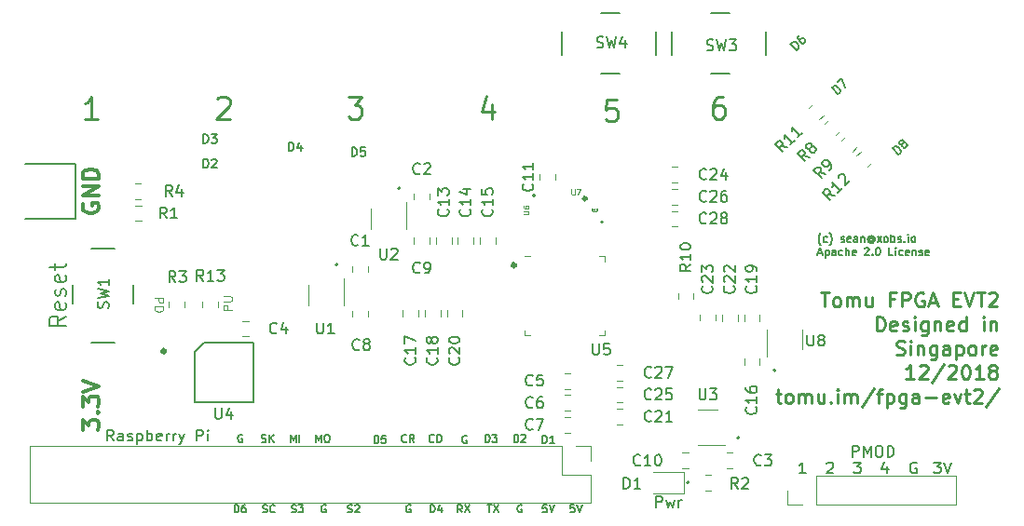
<source format=gto>
G04 #@! TF.GenerationSoftware,KiCad,Pcbnew,(5.0.0)*
G04 #@! TF.CreationDate,2018-11-25T04:16:18+08:00*
G04 #@! TF.ProjectId,tomu-fpga,746F6D752D667067612E6B696361645F,rev?*
G04 #@! TF.SameCoordinates,Original*
G04 #@! TF.FileFunction,Legend,Top*
G04 #@! TF.FilePolarity,Positive*
%FSLAX46Y46*%
G04 Gerber Fmt 4.6, Leading zero omitted, Abs format (unit mm)*
G04 Created by KiCad (PCBNEW (5.0.0)) date 11/25/18 04:16:18*
%MOMM*%
%LPD*%
G01*
G04 APERTURE LIST*
%ADD10C,0.175000*%
%ADD11C,0.300000*%
%ADD12C,0.200000*%
%ADD13C,0.100000*%
%ADD14C,0.150000*%
%ADD15C,0.250000*%
%ADD16C,0.120000*%
%ADD17C,0.400000*%
%ADD18C,0.050000*%
G04 APERTURE END LIST*
D10*
X44683333Y-72650000D02*
X44616666Y-72616666D01*
X44516666Y-72616666D01*
X44416666Y-72650000D01*
X44350000Y-72716666D01*
X44316666Y-72783333D01*
X44283333Y-72916666D01*
X44283333Y-73016666D01*
X44316666Y-73150000D01*
X44350000Y-73216666D01*
X44416666Y-73283333D01*
X44516666Y-73316666D01*
X44583333Y-73316666D01*
X44683333Y-73283333D01*
X44716666Y-73250000D01*
X44716666Y-73016666D01*
X44583333Y-73016666D01*
X43983333Y-79716666D02*
X43983333Y-79016666D01*
X44150000Y-79016666D01*
X44250000Y-79050000D01*
X44316666Y-79116666D01*
X44350000Y-79183333D01*
X44383333Y-79316666D01*
X44383333Y-79416666D01*
X44350000Y-79550000D01*
X44316666Y-79616666D01*
X44250000Y-79683333D01*
X44150000Y-79716666D01*
X43983333Y-79716666D01*
X44983333Y-79016666D02*
X44850000Y-79016666D01*
X44783333Y-79050000D01*
X44750000Y-79083333D01*
X44683333Y-79183333D01*
X44650000Y-79316666D01*
X44650000Y-79583333D01*
X44683333Y-79650000D01*
X44716666Y-79683333D01*
X44783333Y-79716666D01*
X44916666Y-79716666D01*
X44983333Y-79683333D01*
X45016666Y-79650000D01*
X45050000Y-79583333D01*
X45050000Y-79416666D01*
X45016666Y-79350000D01*
X44983333Y-79316666D01*
X44916666Y-79283333D01*
X44783333Y-79283333D01*
X44716666Y-79316666D01*
X44683333Y-79350000D01*
X44650000Y-79416666D01*
X56683333Y-73416666D02*
X56683333Y-72716666D01*
X56850000Y-72716666D01*
X56950000Y-72750000D01*
X57016666Y-72816666D01*
X57050000Y-72883333D01*
X57083333Y-73016666D01*
X57083333Y-73116666D01*
X57050000Y-73250000D01*
X57016666Y-73316666D01*
X56950000Y-73383333D01*
X56850000Y-73416666D01*
X56683333Y-73416666D01*
X57716666Y-72716666D02*
X57383333Y-72716666D01*
X57350000Y-73050000D01*
X57383333Y-73016666D01*
X57450000Y-72983333D01*
X57616666Y-72983333D01*
X57683333Y-73016666D01*
X57716666Y-73050000D01*
X57750000Y-73116666D01*
X57750000Y-73283333D01*
X57716666Y-73350000D01*
X57683333Y-73383333D01*
X57616666Y-73416666D01*
X57450000Y-73416666D01*
X57383333Y-73383333D01*
X57350000Y-73350000D01*
X61783333Y-79716666D02*
X61783333Y-79016666D01*
X61950000Y-79016666D01*
X62050000Y-79050000D01*
X62116666Y-79116666D01*
X62150000Y-79183333D01*
X62183333Y-79316666D01*
X62183333Y-79416666D01*
X62150000Y-79550000D01*
X62116666Y-79616666D01*
X62050000Y-79683333D01*
X61950000Y-79716666D01*
X61783333Y-79716666D01*
X62783333Y-79250000D02*
X62783333Y-79716666D01*
X62616666Y-78983333D02*
X62450000Y-79483333D01*
X62883333Y-79483333D01*
X65083333Y-72750000D02*
X65016666Y-72716666D01*
X64916666Y-72716666D01*
X64816666Y-72750000D01*
X64750000Y-72816666D01*
X64716666Y-72883333D01*
X64683333Y-73016666D01*
X64683333Y-73116666D01*
X64716666Y-73250000D01*
X64750000Y-73316666D01*
X64816666Y-73383333D01*
X64916666Y-73416666D01*
X64983333Y-73416666D01*
X65083333Y-73383333D01*
X65116666Y-73350000D01*
X65116666Y-73116666D01*
X64983333Y-73116666D01*
X52283333Y-79050000D02*
X52216666Y-79016666D01*
X52116666Y-79016666D01*
X52016666Y-79050000D01*
X51950000Y-79116666D01*
X51916666Y-79183333D01*
X51883333Y-79316666D01*
X51883333Y-79416666D01*
X51916666Y-79550000D01*
X51950000Y-79616666D01*
X52016666Y-79683333D01*
X52116666Y-79716666D01*
X52183333Y-79716666D01*
X52283333Y-79683333D01*
X52316666Y-79650000D01*
X52316666Y-79416666D01*
X52183333Y-79416666D01*
X74866666Y-79016666D02*
X74533333Y-79016666D01*
X74500000Y-79350000D01*
X74533333Y-79316666D01*
X74600000Y-79283333D01*
X74766666Y-79283333D01*
X74833333Y-79316666D01*
X74866666Y-79350000D01*
X74900000Y-79416666D01*
X74900000Y-79583333D01*
X74866666Y-79650000D01*
X74833333Y-79683333D01*
X74766666Y-79716666D01*
X74600000Y-79716666D01*
X74533333Y-79683333D01*
X74500000Y-79650000D01*
X75100000Y-79016666D02*
X75333333Y-79716666D01*
X75566666Y-79016666D01*
X72366666Y-79016666D02*
X72033333Y-79016666D01*
X72000000Y-79350000D01*
X72033333Y-79316666D01*
X72100000Y-79283333D01*
X72266666Y-79283333D01*
X72333333Y-79316666D01*
X72366666Y-79350000D01*
X72400000Y-79416666D01*
X72400000Y-79583333D01*
X72366666Y-79650000D01*
X72333333Y-79683333D01*
X72266666Y-79716666D01*
X72100000Y-79716666D01*
X72033333Y-79683333D01*
X72000000Y-79650000D01*
X72600000Y-79016666D02*
X72833333Y-79716666D01*
X73066666Y-79016666D01*
X70083333Y-79050000D02*
X70016666Y-79016666D01*
X69916666Y-79016666D01*
X69816666Y-79050000D01*
X69750000Y-79116666D01*
X69716666Y-79183333D01*
X69683333Y-79316666D01*
X69683333Y-79416666D01*
X69716666Y-79550000D01*
X69750000Y-79616666D01*
X69816666Y-79683333D01*
X69916666Y-79716666D01*
X69983333Y-79716666D01*
X70083333Y-79683333D01*
X70116666Y-79650000D01*
X70116666Y-79416666D01*
X69983333Y-79416666D01*
X59983333Y-79050000D02*
X59916666Y-79016666D01*
X59816666Y-79016666D01*
X59716666Y-79050000D01*
X59650000Y-79116666D01*
X59616666Y-79183333D01*
X59583333Y-79316666D01*
X59583333Y-79416666D01*
X59616666Y-79550000D01*
X59650000Y-79616666D01*
X59716666Y-79683333D01*
X59816666Y-79716666D01*
X59883333Y-79716666D01*
X59983333Y-79683333D01*
X60016666Y-79650000D01*
X60016666Y-79416666D01*
X59883333Y-79416666D01*
X54266666Y-79683333D02*
X54366666Y-79716666D01*
X54533333Y-79716666D01*
X54600000Y-79683333D01*
X54633333Y-79650000D01*
X54666666Y-79583333D01*
X54666666Y-79516666D01*
X54633333Y-79450000D01*
X54600000Y-79416666D01*
X54533333Y-79383333D01*
X54400000Y-79350000D01*
X54333333Y-79316666D01*
X54300000Y-79283333D01*
X54266666Y-79216666D01*
X54266666Y-79150000D01*
X54300000Y-79083333D01*
X54333333Y-79050000D01*
X54400000Y-79016666D01*
X54566666Y-79016666D01*
X54666666Y-79050000D01*
X54933333Y-79083333D02*
X54966666Y-79050000D01*
X55033333Y-79016666D01*
X55200000Y-79016666D01*
X55266666Y-79050000D01*
X55300000Y-79083333D01*
X55333333Y-79150000D01*
X55333333Y-79216666D01*
X55300000Y-79316666D01*
X54900000Y-79716666D01*
X55333333Y-79716666D01*
X49166666Y-79683333D02*
X49266666Y-79716666D01*
X49433333Y-79716666D01*
X49500000Y-79683333D01*
X49533333Y-79650000D01*
X49566666Y-79583333D01*
X49566666Y-79516666D01*
X49533333Y-79450000D01*
X49500000Y-79416666D01*
X49433333Y-79383333D01*
X49300000Y-79350000D01*
X49233333Y-79316666D01*
X49200000Y-79283333D01*
X49166666Y-79216666D01*
X49166666Y-79150000D01*
X49200000Y-79083333D01*
X49233333Y-79050000D01*
X49300000Y-79016666D01*
X49466666Y-79016666D01*
X49566666Y-79050000D01*
X49800000Y-79016666D02*
X50233333Y-79016666D01*
X50000000Y-79283333D01*
X50100000Y-79283333D01*
X50166666Y-79316666D01*
X50200000Y-79350000D01*
X50233333Y-79416666D01*
X50233333Y-79583333D01*
X50200000Y-79650000D01*
X50166666Y-79683333D01*
X50100000Y-79716666D01*
X49900000Y-79716666D01*
X49833333Y-79683333D01*
X49800000Y-79650000D01*
X46550000Y-79683333D02*
X46650000Y-79716666D01*
X46816666Y-79716666D01*
X46883333Y-79683333D01*
X46916666Y-79650000D01*
X46950000Y-79583333D01*
X46950000Y-79516666D01*
X46916666Y-79450000D01*
X46883333Y-79416666D01*
X46816666Y-79383333D01*
X46683333Y-79350000D01*
X46616666Y-79316666D01*
X46583333Y-79283333D01*
X46550000Y-79216666D01*
X46550000Y-79150000D01*
X46583333Y-79083333D01*
X46616666Y-79050000D01*
X46683333Y-79016666D01*
X46850000Y-79016666D01*
X46950000Y-79050000D01*
X47650000Y-79650000D02*
X47616666Y-79683333D01*
X47516666Y-79716666D01*
X47450000Y-79716666D01*
X47350000Y-79683333D01*
X47283333Y-79616666D01*
X47250000Y-79550000D01*
X47216666Y-79416666D01*
X47216666Y-79316666D01*
X47250000Y-79183333D01*
X47283333Y-79116666D01*
X47350000Y-79050000D01*
X47450000Y-79016666D01*
X47516666Y-79016666D01*
X47616666Y-79050000D01*
X47650000Y-79083333D01*
X66966666Y-79016666D02*
X67366666Y-79016666D01*
X67166666Y-79716666D02*
X67166666Y-79016666D01*
X67533333Y-79016666D02*
X68000000Y-79716666D01*
X68000000Y-79016666D02*
X67533333Y-79716666D01*
X64683333Y-79716666D02*
X64450000Y-79383333D01*
X64283333Y-79716666D02*
X64283333Y-79016666D01*
X64550000Y-79016666D01*
X64616666Y-79050000D01*
X64650000Y-79083333D01*
X64683333Y-79150000D01*
X64683333Y-79250000D01*
X64650000Y-79316666D01*
X64616666Y-79350000D01*
X64550000Y-79383333D01*
X64283333Y-79383333D01*
X64916666Y-79016666D02*
X65383333Y-79716666D01*
X65383333Y-79016666D02*
X64916666Y-79716666D01*
X71983333Y-73416666D02*
X71983333Y-72716666D01*
X72150000Y-72716666D01*
X72250000Y-72750000D01*
X72316666Y-72816666D01*
X72350000Y-72883333D01*
X72383333Y-73016666D01*
X72383333Y-73116666D01*
X72350000Y-73250000D01*
X72316666Y-73316666D01*
X72250000Y-73383333D01*
X72150000Y-73416666D01*
X71983333Y-73416666D01*
X73050000Y-73416666D02*
X72650000Y-73416666D01*
X72850000Y-73416666D02*
X72850000Y-72716666D01*
X72783333Y-72816666D01*
X72716666Y-72883333D01*
X72650000Y-72916666D01*
X69383333Y-73316666D02*
X69383333Y-72616666D01*
X69550000Y-72616666D01*
X69650000Y-72650000D01*
X69716666Y-72716666D01*
X69750000Y-72783333D01*
X69783333Y-72916666D01*
X69783333Y-73016666D01*
X69750000Y-73150000D01*
X69716666Y-73216666D01*
X69650000Y-73283333D01*
X69550000Y-73316666D01*
X69383333Y-73316666D01*
X70050000Y-72683333D02*
X70083333Y-72650000D01*
X70150000Y-72616666D01*
X70316666Y-72616666D01*
X70383333Y-72650000D01*
X70416666Y-72683333D01*
X70450000Y-72750000D01*
X70450000Y-72816666D01*
X70416666Y-72916666D01*
X70016666Y-73316666D01*
X70450000Y-73316666D01*
X66783333Y-73316666D02*
X66783333Y-72616666D01*
X66950000Y-72616666D01*
X67050000Y-72650000D01*
X67116666Y-72716666D01*
X67150000Y-72783333D01*
X67183333Y-72916666D01*
X67183333Y-73016666D01*
X67150000Y-73150000D01*
X67116666Y-73216666D01*
X67050000Y-73283333D01*
X66950000Y-73316666D01*
X66783333Y-73316666D01*
X67416666Y-72616666D02*
X67850000Y-72616666D01*
X67616666Y-72883333D01*
X67716666Y-72883333D01*
X67783333Y-72916666D01*
X67816666Y-72950000D01*
X67850000Y-73016666D01*
X67850000Y-73183333D01*
X67816666Y-73250000D01*
X67783333Y-73283333D01*
X67716666Y-73316666D01*
X67516666Y-73316666D01*
X67450000Y-73283333D01*
X67416666Y-73250000D01*
X62116666Y-73250000D02*
X62083333Y-73283333D01*
X61983333Y-73316666D01*
X61916666Y-73316666D01*
X61816666Y-73283333D01*
X61750000Y-73216666D01*
X61716666Y-73150000D01*
X61683333Y-73016666D01*
X61683333Y-72916666D01*
X61716666Y-72783333D01*
X61750000Y-72716666D01*
X61816666Y-72650000D01*
X61916666Y-72616666D01*
X61983333Y-72616666D01*
X62083333Y-72650000D01*
X62116666Y-72683333D01*
X62416666Y-73316666D02*
X62416666Y-72616666D01*
X62583333Y-72616666D01*
X62683333Y-72650000D01*
X62750000Y-72716666D01*
X62783333Y-72783333D01*
X62816666Y-72916666D01*
X62816666Y-73016666D01*
X62783333Y-73150000D01*
X62750000Y-73216666D01*
X62683333Y-73283333D01*
X62583333Y-73316666D01*
X62416666Y-73316666D01*
X59616666Y-73250000D02*
X59583333Y-73283333D01*
X59483333Y-73316666D01*
X59416666Y-73316666D01*
X59316666Y-73283333D01*
X59250000Y-73216666D01*
X59216666Y-73150000D01*
X59183333Y-73016666D01*
X59183333Y-72916666D01*
X59216666Y-72783333D01*
X59250000Y-72716666D01*
X59316666Y-72650000D01*
X59416666Y-72616666D01*
X59483333Y-72616666D01*
X59583333Y-72650000D01*
X59616666Y-72683333D01*
X60316666Y-73316666D02*
X60083333Y-72983333D01*
X59916666Y-73316666D02*
X59916666Y-72616666D01*
X60183333Y-72616666D01*
X60250000Y-72650000D01*
X60283333Y-72683333D01*
X60316666Y-72750000D01*
X60316666Y-72850000D01*
X60283333Y-72916666D01*
X60250000Y-72950000D01*
X60183333Y-72983333D01*
X59916666Y-72983333D01*
X51400000Y-73316666D02*
X51400000Y-72616666D01*
X51633333Y-73116666D01*
X51866666Y-72616666D01*
X51866666Y-73316666D01*
X52333333Y-72616666D02*
X52466666Y-72616666D01*
X52533333Y-72650000D01*
X52600000Y-72716666D01*
X52633333Y-72850000D01*
X52633333Y-73083333D01*
X52600000Y-73216666D01*
X52533333Y-73283333D01*
X52466666Y-73316666D01*
X52333333Y-73316666D01*
X52266666Y-73283333D01*
X52200000Y-73216666D01*
X52166666Y-73083333D01*
X52166666Y-72850000D01*
X52200000Y-72716666D01*
X52266666Y-72650000D01*
X52333333Y-72616666D01*
X49100000Y-73316666D02*
X49100000Y-72616666D01*
X49333333Y-73116666D01*
X49566666Y-72616666D01*
X49566666Y-73316666D01*
X49900000Y-73316666D02*
X49900000Y-72616666D01*
X46450000Y-73283333D02*
X46550000Y-73316666D01*
X46716666Y-73316666D01*
X46783333Y-73283333D01*
X46816666Y-73250000D01*
X46850000Y-73183333D01*
X46850000Y-73116666D01*
X46816666Y-73050000D01*
X46783333Y-73016666D01*
X46716666Y-72983333D01*
X46583333Y-72950000D01*
X46516666Y-72916666D01*
X46483333Y-72883333D01*
X46450000Y-72816666D01*
X46450000Y-72750000D01*
X46483333Y-72683333D01*
X46516666Y-72650000D01*
X46583333Y-72616666D01*
X46750000Y-72616666D01*
X46850000Y-72650000D01*
X47150000Y-73316666D02*
X47150000Y-72616666D01*
X47550000Y-73316666D02*
X47250000Y-72916666D01*
X47550000Y-72616666D02*
X47150000Y-73016666D01*
D11*
X30250000Y-51642857D02*
X30178571Y-51785714D01*
X30178571Y-52000000D01*
X30250000Y-52214285D01*
X30392857Y-52357142D01*
X30535714Y-52428571D01*
X30821428Y-52500000D01*
X31035714Y-52500000D01*
X31321428Y-52428571D01*
X31464285Y-52357142D01*
X31607142Y-52214285D01*
X31678571Y-52000000D01*
X31678571Y-51857142D01*
X31607142Y-51642857D01*
X31535714Y-51571428D01*
X31035714Y-51571428D01*
X31035714Y-51857142D01*
X31678571Y-50928571D02*
X30178571Y-50928571D01*
X31678571Y-50071428D01*
X30178571Y-50071428D01*
X31678571Y-49357142D02*
X30178571Y-49357142D01*
X30178571Y-49000000D01*
X30250000Y-48785714D01*
X30392857Y-48642857D01*
X30535714Y-48571428D01*
X30821428Y-48500000D01*
X31035714Y-48500000D01*
X31321428Y-48571428D01*
X31464285Y-48642857D01*
X31607142Y-48785714D01*
X31678571Y-49000000D01*
X31678571Y-49357142D01*
D12*
X29500000Y-53000000D02*
X25000000Y-53000000D01*
X29500000Y-48000000D02*
X29500000Y-53000000D01*
X25000000Y-48000000D02*
X29500000Y-48000000D01*
D11*
X30178571Y-72214285D02*
X30178571Y-71285714D01*
X30750000Y-71785714D01*
X30750000Y-71571428D01*
X30821428Y-71428571D01*
X30892857Y-71357142D01*
X31035714Y-71285714D01*
X31392857Y-71285714D01*
X31535714Y-71357142D01*
X31607142Y-71428571D01*
X31678571Y-71571428D01*
X31678571Y-72000000D01*
X31607142Y-72142857D01*
X31535714Y-72214285D01*
X31535714Y-70642857D02*
X31607142Y-70571428D01*
X31678571Y-70642857D01*
X31607142Y-70714285D01*
X31535714Y-70642857D01*
X31678571Y-70642857D01*
X30178571Y-70071428D02*
X30178571Y-69142857D01*
X30750000Y-69642857D01*
X30750000Y-69428571D01*
X30821428Y-69285714D01*
X30892857Y-69214285D01*
X31035714Y-69142857D01*
X31392857Y-69142857D01*
X31535714Y-69214285D01*
X31607142Y-69285714D01*
X31678571Y-69428571D01*
X31678571Y-69857142D01*
X31607142Y-70000000D01*
X31535714Y-70071428D01*
X30178571Y-68714285D02*
X31678571Y-68214285D01*
X30178571Y-67714285D01*
D12*
X95885714Y-76152380D02*
X95314285Y-76152380D01*
X95600000Y-76152380D02*
X95600000Y-75152380D01*
X95504761Y-75295238D01*
X95409523Y-75390476D01*
X95314285Y-75438095D01*
X97814285Y-75247619D02*
X97861904Y-75200000D01*
X97957142Y-75152380D01*
X98195238Y-75152380D01*
X98290476Y-75200000D01*
X98338095Y-75247619D01*
X98385714Y-75342857D01*
X98385714Y-75438095D01*
X98338095Y-75580952D01*
X97766666Y-76152380D01*
X98385714Y-76152380D01*
X100266666Y-75152380D02*
X100885714Y-75152380D01*
X100552380Y-75533333D01*
X100695238Y-75533333D01*
X100790476Y-75580952D01*
X100838095Y-75628571D01*
X100885714Y-75723809D01*
X100885714Y-75961904D01*
X100838095Y-76057142D01*
X100790476Y-76104761D01*
X100695238Y-76152380D01*
X100409523Y-76152380D01*
X100314285Y-76104761D01*
X100266666Y-76057142D01*
X103290476Y-75485714D02*
X103290476Y-76152380D01*
X103052380Y-75104761D02*
X102814285Y-75819047D01*
X103433333Y-75819047D01*
X105961904Y-75200000D02*
X105866666Y-75152380D01*
X105723809Y-75152380D01*
X105580952Y-75200000D01*
X105485714Y-75295238D01*
X105438095Y-75390476D01*
X105390476Y-75580952D01*
X105390476Y-75723809D01*
X105438095Y-75914285D01*
X105485714Y-76009523D01*
X105580952Y-76104761D01*
X105723809Y-76152380D01*
X105819047Y-76152380D01*
X105961904Y-76104761D01*
X106009523Y-76057142D01*
X106009523Y-75723809D01*
X105819047Y-75723809D01*
X107538095Y-75152380D02*
X108157142Y-75152380D01*
X107823809Y-75533333D01*
X107966666Y-75533333D01*
X108061904Y-75580952D01*
X108109523Y-75628571D01*
X108157142Y-75723809D01*
X108157142Y-75961904D01*
X108109523Y-76057142D01*
X108061904Y-76104761D01*
X107966666Y-76152380D01*
X107680952Y-76152380D01*
X107585714Y-76104761D01*
X107538095Y-76057142D01*
X108442857Y-75152380D02*
X108776190Y-76152380D01*
X109109523Y-75152380D01*
D13*
X36738095Y-60190476D02*
X37538095Y-60190476D01*
X37538095Y-60495238D01*
X37500000Y-60571428D01*
X37461904Y-60609523D01*
X37385714Y-60647619D01*
X37271428Y-60647619D01*
X37195238Y-60609523D01*
X37157142Y-60571428D01*
X37119047Y-60495238D01*
X37119047Y-60190476D01*
X36738095Y-60990476D02*
X37538095Y-60990476D01*
X37538095Y-61180952D01*
X37500000Y-61295238D01*
X37423809Y-61371428D01*
X37347619Y-61409523D01*
X37195238Y-61447619D01*
X37080952Y-61447619D01*
X36928571Y-61409523D01*
X36852380Y-61371428D01*
X36776190Y-61295238D01*
X36738095Y-61180952D01*
X36738095Y-60990476D01*
D14*
X97264166Y-55383333D02*
X97230833Y-55350000D01*
X97164166Y-55250000D01*
X97130833Y-55183333D01*
X97097500Y-55083333D01*
X97064166Y-54916666D01*
X97064166Y-54783333D01*
X97097500Y-54616666D01*
X97130833Y-54516666D01*
X97164166Y-54450000D01*
X97230833Y-54350000D01*
X97264166Y-54316666D01*
X97830833Y-55083333D02*
X97764166Y-55116666D01*
X97630833Y-55116666D01*
X97564166Y-55083333D01*
X97530833Y-55050000D01*
X97497500Y-54983333D01*
X97497500Y-54783333D01*
X97530833Y-54716666D01*
X97564166Y-54683333D01*
X97630833Y-54650000D01*
X97764166Y-54650000D01*
X97830833Y-54683333D01*
X98064166Y-55383333D02*
X98097500Y-55350000D01*
X98164166Y-55250000D01*
X98197500Y-55183333D01*
X98230833Y-55083333D01*
X98264166Y-54916666D01*
X98264166Y-54783333D01*
X98230833Y-54616666D01*
X98197500Y-54516666D01*
X98164166Y-54450000D01*
X98097500Y-54350000D01*
X98064166Y-54316666D01*
X99097500Y-55083333D02*
X99164166Y-55116666D01*
X99297500Y-55116666D01*
X99364166Y-55083333D01*
X99397500Y-55016666D01*
X99397500Y-54983333D01*
X99364166Y-54916666D01*
X99297500Y-54883333D01*
X99197500Y-54883333D01*
X99130833Y-54850000D01*
X99097500Y-54783333D01*
X99097500Y-54750000D01*
X99130833Y-54683333D01*
X99197500Y-54650000D01*
X99297500Y-54650000D01*
X99364166Y-54683333D01*
X99964166Y-55083333D02*
X99897500Y-55116666D01*
X99764166Y-55116666D01*
X99697500Y-55083333D01*
X99664166Y-55016666D01*
X99664166Y-54750000D01*
X99697500Y-54683333D01*
X99764166Y-54650000D01*
X99897500Y-54650000D01*
X99964166Y-54683333D01*
X99997500Y-54750000D01*
X99997500Y-54816666D01*
X99664166Y-54883333D01*
X100597500Y-55116666D02*
X100597500Y-54750000D01*
X100564166Y-54683333D01*
X100497500Y-54650000D01*
X100364166Y-54650000D01*
X100297500Y-54683333D01*
X100597500Y-55083333D02*
X100530833Y-55116666D01*
X100364166Y-55116666D01*
X100297500Y-55083333D01*
X100264166Y-55016666D01*
X100264166Y-54950000D01*
X100297500Y-54883333D01*
X100364166Y-54850000D01*
X100530833Y-54850000D01*
X100597500Y-54816666D01*
X100930833Y-54650000D02*
X100930833Y-55116666D01*
X100930833Y-54716666D02*
X100964166Y-54683333D01*
X101030833Y-54650000D01*
X101130833Y-54650000D01*
X101197500Y-54683333D01*
X101230833Y-54750000D01*
X101230833Y-55116666D01*
X101997500Y-54783333D02*
X101964166Y-54750000D01*
X101897500Y-54716666D01*
X101830833Y-54716666D01*
X101764166Y-54750000D01*
X101730833Y-54783333D01*
X101697500Y-54850000D01*
X101697500Y-54916666D01*
X101730833Y-54983333D01*
X101764166Y-55016666D01*
X101830833Y-55050000D01*
X101897500Y-55050000D01*
X101964166Y-55016666D01*
X101997500Y-54983333D01*
X101997500Y-54716666D02*
X101997500Y-54983333D01*
X102030833Y-55016666D01*
X102064166Y-55016666D01*
X102130833Y-54983333D01*
X102164166Y-54916666D01*
X102164166Y-54750000D01*
X102097500Y-54650000D01*
X101997500Y-54583333D01*
X101864166Y-54550000D01*
X101730833Y-54583333D01*
X101630833Y-54650000D01*
X101564166Y-54750000D01*
X101530833Y-54883333D01*
X101564166Y-55016666D01*
X101630833Y-55116666D01*
X101730833Y-55183333D01*
X101864166Y-55216666D01*
X101997500Y-55183333D01*
X102097500Y-55116666D01*
X102397500Y-55116666D02*
X102764166Y-54650000D01*
X102397500Y-54650000D02*
X102764166Y-55116666D01*
X103130833Y-55116666D02*
X103064166Y-55083333D01*
X103030833Y-55050000D01*
X102997500Y-54983333D01*
X102997500Y-54783333D01*
X103030833Y-54716666D01*
X103064166Y-54683333D01*
X103130833Y-54650000D01*
X103230833Y-54650000D01*
X103297500Y-54683333D01*
X103330833Y-54716666D01*
X103364166Y-54783333D01*
X103364166Y-54983333D01*
X103330833Y-55050000D01*
X103297500Y-55083333D01*
X103230833Y-55116666D01*
X103130833Y-55116666D01*
X103664166Y-55116666D02*
X103664166Y-54416666D01*
X103664166Y-54683333D02*
X103730833Y-54650000D01*
X103864166Y-54650000D01*
X103930833Y-54683333D01*
X103964166Y-54716666D01*
X103997500Y-54783333D01*
X103997500Y-54983333D01*
X103964166Y-55050000D01*
X103930833Y-55083333D01*
X103864166Y-55116666D01*
X103730833Y-55116666D01*
X103664166Y-55083333D01*
X104264166Y-55083333D02*
X104330833Y-55116666D01*
X104464166Y-55116666D01*
X104530833Y-55083333D01*
X104564166Y-55016666D01*
X104564166Y-54983333D01*
X104530833Y-54916666D01*
X104464166Y-54883333D01*
X104364166Y-54883333D01*
X104297500Y-54850000D01*
X104264166Y-54783333D01*
X104264166Y-54750000D01*
X104297500Y-54683333D01*
X104364166Y-54650000D01*
X104464166Y-54650000D01*
X104530833Y-54683333D01*
X104864166Y-55050000D02*
X104897500Y-55083333D01*
X104864166Y-55116666D01*
X104830833Y-55083333D01*
X104864166Y-55050000D01*
X104864166Y-55116666D01*
X105197500Y-55116666D02*
X105197500Y-54650000D01*
X105197500Y-54416666D02*
X105164166Y-54450000D01*
X105197500Y-54483333D01*
X105230833Y-54450000D01*
X105197500Y-54416666D01*
X105197500Y-54483333D01*
X105630833Y-55116666D02*
X105564166Y-55083333D01*
X105530833Y-55050000D01*
X105497500Y-54983333D01*
X105497500Y-54783333D01*
X105530833Y-54716666D01*
X105564166Y-54683333D01*
X105630833Y-54650000D01*
X105730833Y-54650000D01*
X105797500Y-54683333D01*
X105830833Y-54716666D01*
X105864166Y-54783333D01*
X105864166Y-54983333D01*
X105830833Y-55050000D01*
X105797500Y-55083333D01*
X105730833Y-55116666D01*
X105630833Y-55116666D01*
X97030833Y-56116666D02*
X97364166Y-56116666D01*
X96964166Y-56316666D02*
X97197500Y-55616666D01*
X97430833Y-56316666D01*
X97664166Y-55850000D02*
X97664166Y-56550000D01*
X97664166Y-55883333D02*
X97730833Y-55850000D01*
X97864166Y-55850000D01*
X97930833Y-55883333D01*
X97964166Y-55916666D01*
X97997500Y-55983333D01*
X97997500Y-56183333D01*
X97964166Y-56250000D01*
X97930833Y-56283333D01*
X97864166Y-56316666D01*
X97730833Y-56316666D01*
X97664166Y-56283333D01*
X98597500Y-56316666D02*
X98597500Y-55950000D01*
X98564166Y-55883333D01*
X98497500Y-55850000D01*
X98364166Y-55850000D01*
X98297500Y-55883333D01*
X98597500Y-56283333D02*
X98530833Y-56316666D01*
X98364166Y-56316666D01*
X98297500Y-56283333D01*
X98264166Y-56216666D01*
X98264166Y-56150000D01*
X98297500Y-56083333D01*
X98364166Y-56050000D01*
X98530833Y-56050000D01*
X98597500Y-56016666D01*
X99230833Y-56283333D02*
X99164166Y-56316666D01*
X99030833Y-56316666D01*
X98964166Y-56283333D01*
X98930833Y-56250000D01*
X98897500Y-56183333D01*
X98897500Y-55983333D01*
X98930833Y-55916666D01*
X98964166Y-55883333D01*
X99030833Y-55850000D01*
X99164166Y-55850000D01*
X99230833Y-55883333D01*
X99530833Y-56316666D02*
X99530833Y-55616666D01*
X99830833Y-56316666D02*
X99830833Y-55950000D01*
X99797500Y-55883333D01*
X99730833Y-55850000D01*
X99630833Y-55850000D01*
X99564166Y-55883333D01*
X99530833Y-55916666D01*
X100430833Y-56283333D02*
X100364166Y-56316666D01*
X100230833Y-56316666D01*
X100164166Y-56283333D01*
X100130833Y-56216666D01*
X100130833Y-55950000D01*
X100164166Y-55883333D01*
X100230833Y-55850000D01*
X100364166Y-55850000D01*
X100430833Y-55883333D01*
X100464166Y-55950000D01*
X100464166Y-56016666D01*
X100130833Y-56083333D01*
X101264166Y-55683333D02*
X101297500Y-55650000D01*
X101364166Y-55616666D01*
X101530833Y-55616666D01*
X101597500Y-55650000D01*
X101630833Y-55683333D01*
X101664166Y-55750000D01*
X101664166Y-55816666D01*
X101630833Y-55916666D01*
X101230833Y-56316666D01*
X101664166Y-56316666D01*
X101964166Y-56250000D02*
X101997500Y-56283333D01*
X101964166Y-56316666D01*
X101930833Y-56283333D01*
X101964166Y-56250000D01*
X101964166Y-56316666D01*
X102430833Y-55616666D02*
X102497500Y-55616666D01*
X102564166Y-55650000D01*
X102597500Y-55683333D01*
X102630833Y-55750000D01*
X102664166Y-55883333D01*
X102664166Y-56050000D01*
X102630833Y-56183333D01*
X102597500Y-56250000D01*
X102564166Y-56283333D01*
X102497500Y-56316666D01*
X102430833Y-56316666D01*
X102364166Y-56283333D01*
X102330833Y-56250000D01*
X102297500Y-56183333D01*
X102264166Y-56050000D01*
X102264166Y-55883333D01*
X102297500Y-55750000D01*
X102330833Y-55683333D01*
X102364166Y-55650000D01*
X102430833Y-55616666D01*
X103830833Y-56316666D02*
X103497500Y-56316666D01*
X103497500Y-55616666D01*
X104064166Y-56316666D02*
X104064166Y-55850000D01*
X104064166Y-55616666D02*
X104030833Y-55650000D01*
X104064166Y-55683333D01*
X104097500Y-55650000D01*
X104064166Y-55616666D01*
X104064166Y-55683333D01*
X104697500Y-56283333D02*
X104630833Y-56316666D01*
X104497500Y-56316666D01*
X104430833Y-56283333D01*
X104397500Y-56250000D01*
X104364166Y-56183333D01*
X104364166Y-55983333D01*
X104397500Y-55916666D01*
X104430833Y-55883333D01*
X104497500Y-55850000D01*
X104630833Y-55850000D01*
X104697500Y-55883333D01*
X105264166Y-56283333D02*
X105197500Y-56316666D01*
X105064166Y-56316666D01*
X104997500Y-56283333D01*
X104964166Y-56216666D01*
X104964166Y-55950000D01*
X104997500Y-55883333D01*
X105064166Y-55850000D01*
X105197500Y-55850000D01*
X105264166Y-55883333D01*
X105297500Y-55950000D01*
X105297500Y-56016666D01*
X104964166Y-56083333D01*
X105597500Y-55850000D02*
X105597500Y-56316666D01*
X105597500Y-55916666D02*
X105630833Y-55883333D01*
X105697500Y-55850000D01*
X105797500Y-55850000D01*
X105864166Y-55883333D01*
X105897500Y-55950000D01*
X105897500Y-56316666D01*
X106197500Y-56283333D02*
X106264166Y-56316666D01*
X106397500Y-56316666D01*
X106464166Y-56283333D01*
X106497500Y-56216666D01*
X106497500Y-56183333D01*
X106464166Y-56116666D01*
X106397500Y-56083333D01*
X106297500Y-56083333D01*
X106230833Y-56050000D01*
X106197500Y-55983333D01*
X106197500Y-55950000D01*
X106230833Y-55883333D01*
X106297500Y-55850000D01*
X106397500Y-55850000D01*
X106464166Y-55883333D01*
X107064166Y-56283333D02*
X106997500Y-56316666D01*
X106864166Y-56316666D01*
X106797500Y-56283333D01*
X106764166Y-56216666D01*
X106764166Y-55950000D01*
X106797500Y-55883333D01*
X106864166Y-55850000D01*
X106997500Y-55850000D01*
X107064166Y-55883333D01*
X107097500Y-55950000D01*
X107097500Y-56016666D01*
X106764166Y-56083333D01*
D15*
X97256547Y-59688095D02*
X97999404Y-59688095D01*
X97627976Y-60988095D02*
X97627976Y-59688095D01*
X98618452Y-60988095D02*
X98494642Y-60926190D01*
X98432738Y-60864285D01*
X98370833Y-60740476D01*
X98370833Y-60369047D01*
X98432738Y-60245238D01*
X98494642Y-60183333D01*
X98618452Y-60121428D01*
X98804166Y-60121428D01*
X98927976Y-60183333D01*
X98989880Y-60245238D01*
X99051785Y-60369047D01*
X99051785Y-60740476D01*
X98989880Y-60864285D01*
X98927976Y-60926190D01*
X98804166Y-60988095D01*
X98618452Y-60988095D01*
X99608928Y-60988095D02*
X99608928Y-60121428D01*
X99608928Y-60245238D02*
X99670833Y-60183333D01*
X99794642Y-60121428D01*
X99980357Y-60121428D01*
X100104166Y-60183333D01*
X100166071Y-60307142D01*
X100166071Y-60988095D01*
X100166071Y-60307142D02*
X100227976Y-60183333D01*
X100351785Y-60121428D01*
X100537500Y-60121428D01*
X100661309Y-60183333D01*
X100723214Y-60307142D01*
X100723214Y-60988095D01*
X101899404Y-60121428D02*
X101899404Y-60988095D01*
X101342261Y-60121428D02*
X101342261Y-60802380D01*
X101404166Y-60926190D01*
X101527976Y-60988095D01*
X101713690Y-60988095D01*
X101837500Y-60926190D01*
X101899404Y-60864285D01*
X103942261Y-60307142D02*
X103508928Y-60307142D01*
X103508928Y-60988095D02*
X103508928Y-59688095D01*
X104127976Y-59688095D01*
X104623214Y-60988095D02*
X104623214Y-59688095D01*
X105118452Y-59688095D01*
X105242261Y-59750000D01*
X105304166Y-59811904D01*
X105366071Y-59935714D01*
X105366071Y-60121428D01*
X105304166Y-60245238D01*
X105242261Y-60307142D01*
X105118452Y-60369047D01*
X104623214Y-60369047D01*
X106604166Y-59750000D02*
X106480357Y-59688095D01*
X106294642Y-59688095D01*
X106108928Y-59750000D01*
X105985119Y-59873809D01*
X105923214Y-59997619D01*
X105861309Y-60245238D01*
X105861309Y-60430952D01*
X105923214Y-60678571D01*
X105985119Y-60802380D01*
X106108928Y-60926190D01*
X106294642Y-60988095D01*
X106418452Y-60988095D01*
X106604166Y-60926190D01*
X106666071Y-60864285D01*
X106666071Y-60430952D01*
X106418452Y-60430952D01*
X107161309Y-60616666D02*
X107780357Y-60616666D01*
X107037500Y-60988095D02*
X107470833Y-59688095D01*
X107904166Y-60988095D01*
X109327976Y-60307142D02*
X109761309Y-60307142D01*
X109947023Y-60988095D02*
X109327976Y-60988095D01*
X109327976Y-59688095D01*
X109947023Y-59688095D01*
X110318452Y-59688095D02*
X110751785Y-60988095D01*
X111185119Y-59688095D01*
X111432738Y-59688095D02*
X112175595Y-59688095D01*
X111804166Y-60988095D02*
X111804166Y-59688095D01*
X112547023Y-59811904D02*
X112608928Y-59750000D01*
X112732738Y-59688095D01*
X113042261Y-59688095D01*
X113166071Y-59750000D01*
X113227976Y-59811904D01*
X113289880Y-59935714D01*
X113289880Y-60059523D01*
X113227976Y-60245238D01*
X112485119Y-60988095D01*
X113289880Y-60988095D01*
X102332738Y-63188095D02*
X102332738Y-61888095D01*
X102642261Y-61888095D01*
X102827976Y-61950000D01*
X102951785Y-62073809D01*
X103013690Y-62197619D01*
X103075595Y-62445238D01*
X103075595Y-62630952D01*
X103013690Y-62878571D01*
X102951785Y-63002380D01*
X102827976Y-63126190D01*
X102642261Y-63188095D01*
X102332738Y-63188095D01*
X104127976Y-63126190D02*
X104004166Y-63188095D01*
X103756547Y-63188095D01*
X103632738Y-63126190D01*
X103570833Y-63002380D01*
X103570833Y-62507142D01*
X103632738Y-62383333D01*
X103756547Y-62321428D01*
X104004166Y-62321428D01*
X104127976Y-62383333D01*
X104189880Y-62507142D01*
X104189880Y-62630952D01*
X103570833Y-62754761D01*
X104685119Y-63126190D02*
X104808928Y-63188095D01*
X105056547Y-63188095D01*
X105180357Y-63126190D01*
X105242261Y-63002380D01*
X105242261Y-62940476D01*
X105180357Y-62816666D01*
X105056547Y-62754761D01*
X104870833Y-62754761D01*
X104747023Y-62692857D01*
X104685119Y-62569047D01*
X104685119Y-62507142D01*
X104747023Y-62383333D01*
X104870833Y-62321428D01*
X105056547Y-62321428D01*
X105180357Y-62383333D01*
X105799404Y-63188095D02*
X105799404Y-62321428D01*
X105799404Y-61888095D02*
X105737500Y-61950000D01*
X105799404Y-62011904D01*
X105861309Y-61950000D01*
X105799404Y-61888095D01*
X105799404Y-62011904D01*
X106975595Y-62321428D02*
X106975595Y-63373809D01*
X106913690Y-63497619D01*
X106851785Y-63559523D01*
X106727976Y-63621428D01*
X106542261Y-63621428D01*
X106418452Y-63559523D01*
X106975595Y-63126190D02*
X106851785Y-63188095D01*
X106604166Y-63188095D01*
X106480357Y-63126190D01*
X106418452Y-63064285D01*
X106356547Y-62940476D01*
X106356547Y-62569047D01*
X106418452Y-62445238D01*
X106480357Y-62383333D01*
X106604166Y-62321428D01*
X106851785Y-62321428D01*
X106975595Y-62383333D01*
X107594642Y-62321428D02*
X107594642Y-63188095D01*
X107594642Y-62445238D02*
X107656547Y-62383333D01*
X107780357Y-62321428D01*
X107966071Y-62321428D01*
X108089880Y-62383333D01*
X108151785Y-62507142D01*
X108151785Y-63188095D01*
X109266071Y-63126190D02*
X109142261Y-63188095D01*
X108894642Y-63188095D01*
X108770833Y-63126190D01*
X108708928Y-63002380D01*
X108708928Y-62507142D01*
X108770833Y-62383333D01*
X108894642Y-62321428D01*
X109142261Y-62321428D01*
X109266071Y-62383333D01*
X109327976Y-62507142D01*
X109327976Y-62630952D01*
X108708928Y-62754761D01*
X110442261Y-63188095D02*
X110442261Y-61888095D01*
X110442261Y-63126190D02*
X110318452Y-63188095D01*
X110070833Y-63188095D01*
X109947023Y-63126190D01*
X109885119Y-63064285D01*
X109823214Y-62940476D01*
X109823214Y-62569047D01*
X109885119Y-62445238D01*
X109947023Y-62383333D01*
X110070833Y-62321428D01*
X110318452Y-62321428D01*
X110442261Y-62383333D01*
X112051785Y-63188095D02*
X112051785Y-62321428D01*
X112051785Y-61888095D02*
X111989880Y-61950000D01*
X112051785Y-62011904D01*
X112113690Y-61950000D01*
X112051785Y-61888095D01*
X112051785Y-62011904D01*
X112670833Y-62321428D02*
X112670833Y-63188095D01*
X112670833Y-62445238D02*
X112732738Y-62383333D01*
X112856547Y-62321428D01*
X113042261Y-62321428D01*
X113166071Y-62383333D01*
X113227976Y-62507142D01*
X113227976Y-63188095D01*
X104127976Y-65326190D02*
X104313690Y-65388095D01*
X104623214Y-65388095D01*
X104747023Y-65326190D01*
X104808928Y-65264285D01*
X104870833Y-65140476D01*
X104870833Y-65016666D01*
X104808928Y-64892857D01*
X104747023Y-64830952D01*
X104623214Y-64769047D01*
X104375595Y-64707142D01*
X104251785Y-64645238D01*
X104189880Y-64583333D01*
X104127976Y-64459523D01*
X104127976Y-64335714D01*
X104189880Y-64211904D01*
X104251785Y-64150000D01*
X104375595Y-64088095D01*
X104685119Y-64088095D01*
X104870833Y-64150000D01*
X105427976Y-65388095D02*
X105427976Y-64521428D01*
X105427976Y-64088095D02*
X105366071Y-64150000D01*
X105427976Y-64211904D01*
X105489880Y-64150000D01*
X105427976Y-64088095D01*
X105427976Y-64211904D01*
X106047023Y-64521428D02*
X106047023Y-65388095D01*
X106047023Y-64645238D02*
X106108928Y-64583333D01*
X106232738Y-64521428D01*
X106418452Y-64521428D01*
X106542261Y-64583333D01*
X106604166Y-64707142D01*
X106604166Y-65388095D01*
X107780357Y-64521428D02*
X107780357Y-65573809D01*
X107718452Y-65697619D01*
X107656547Y-65759523D01*
X107532738Y-65821428D01*
X107347023Y-65821428D01*
X107223214Y-65759523D01*
X107780357Y-65326190D02*
X107656547Y-65388095D01*
X107408928Y-65388095D01*
X107285119Y-65326190D01*
X107223214Y-65264285D01*
X107161309Y-65140476D01*
X107161309Y-64769047D01*
X107223214Y-64645238D01*
X107285119Y-64583333D01*
X107408928Y-64521428D01*
X107656547Y-64521428D01*
X107780357Y-64583333D01*
X108956547Y-65388095D02*
X108956547Y-64707142D01*
X108894642Y-64583333D01*
X108770833Y-64521428D01*
X108523214Y-64521428D01*
X108399404Y-64583333D01*
X108956547Y-65326190D02*
X108832738Y-65388095D01*
X108523214Y-65388095D01*
X108399404Y-65326190D01*
X108337500Y-65202380D01*
X108337500Y-65078571D01*
X108399404Y-64954761D01*
X108523214Y-64892857D01*
X108832738Y-64892857D01*
X108956547Y-64830952D01*
X109575595Y-64521428D02*
X109575595Y-65821428D01*
X109575595Y-64583333D02*
X109699404Y-64521428D01*
X109947023Y-64521428D01*
X110070833Y-64583333D01*
X110132738Y-64645238D01*
X110194642Y-64769047D01*
X110194642Y-65140476D01*
X110132738Y-65264285D01*
X110070833Y-65326190D01*
X109947023Y-65388095D01*
X109699404Y-65388095D01*
X109575595Y-65326190D01*
X110937500Y-65388095D02*
X110813690Y-65326190D01*
X110751785Y-65264285D01*
X110689880Y-65140476D01*
X110689880Y-64769047D01*
X110751785Y-64645238D01*
X110813690Y-64583333D01*
X110937500Y-64521428D01*
X111123214Y-64521428D01*
X111247023Y-64583333D01*
X111308928Y-64645238D01*
X111370833Y-64769047D01*
X111370833Y-65140476D01*
X111308928Y-65264285D01*
X111247023Y-65326190D01*
X111123214Y-65388095D01*
X110937500Y-65388095D01*
X111927976Y-65388095D02*
X111927976Y-64521428D01*
X111927976Y-64769047D02*
X111989880Y-64645238D01*
X112051785Y-64583333D01*
X112175595Y-64521428D01*
X112299404Y-64521428D01*
X113227976Y-65326190D02*
X113104166Y-65388095D01*
X112856547Y-65388095D01*
X112732738Y-65326190D01*
X112670833Y-65202380D01*
X112670833Y-64707142D01*
X112732738Y-64583333D01*
X112856547Y-64521428D01*
X113104166Y-64521428D01*
X113227976Y-64583333D01*
X113289880Y-64707142D01*
X113289880Y-64830952D01*
X112670833Y-64954761D01*
X105737500Y-67588095D02*
X104994642Y-67588095D01*
X105366071Y-67588095D02*
X105366071Y-66288095D01*
X105242261Y-66473809D01*
X105118452Y-66597619D01*
X104994642Y-66659523D01*
X106232738Y-66411904D02*
X106294642Y-66350000D01*
X106418452Y-66288095D01*
X106727976Y-66288095D01*
X106851785Y-66350000D01*
X106913690Y-66411904D01*
X106975595Y-66535714D01*
X106975595Y-66659523D01*
X106913690Y-66845238D01*
X106170833Y-67588095D01*
X106975595Y-67588095D01*
X108461309Y-66226190D02*
X107347023Y-67897619D01*
X108832738Y-66411904D02*
X108894642Y-66350000D01*
X109018452Y-66288095D01*
X109327976Y-66288095D01*
X109451785Y-66350000D01*
X109513690Y-66411904D01*
X109575595Y-66535714D01*
X109575595Y-66659523D01*
X109513690Y-66845238D01*
X108770833Y-67588095D01*
X109575595Y-67588095D01*
X110380357Y-66288095D02*
X110504166Y-66288095D01*
X110627976Y-66350000D01*
X110689880Y-66411904D01*
X110751785Y-66535714D01*
X110813690Y-66783333D01*
X110813690Y-67092857D01*
X110751785Y-67340476D01*
X110689880Y-67464285D01*
X110627976Y-67526190D01*
X110504166Y-67588095D01*
X110380357Y-67588095D01*
X110256547Y-67526190D01*
X110194642Y-67464285D01*
X110132738Y-67340476D01*
X110070833Y-67092857D01*
X110070833Y-66783333D01*
X110132738Y-66535714D01*
X110194642Y-66411904D01*
X110256547Y-66350000D01*
X110380357Y-66288095D01*
X112051785Y-67588095D02*
X111308928Y-67588095D01*
X111680357Y-67588095D02*
X111680357Y-66288095D01*
X111556547Y-66473809D01*
X111432738Y-66597619D01*
X111308928Y-66659523D01*
X112794642Y-66845238D02*
X112670833Y-66783333D01*
X112608928Y-66721428D01*
X112547023Y-66597619D01*
X112547023Y-66535714D01*
X112608928Y-66411904D01*
X112670833Y-66350000D01*
X112794642Y-66288095D01*
X113042261Y-66288095D01*
X113166071Y-66350000D01*
X113227976Y-66411904D01*
X113289880Y-66535714D01*
X113289880Y-66597619D01*
X113227976Y-66721428D01*
X113166071Y-66783333D01*
X113042261Y-66845238D01*
X112794642Y-66845238D01*
X112670833Y-66907142D01*
X112608928Y-66969047D01*
X112547023Y-67092857D01*
X112547023Y-67340476D01*
X112608928Y-67464285D01*
X112670833Y-67526190D01*
X112794642Y-67588095D01*
X113042261Y-67588095D01*
X113166071Y-67526190D01*
X113227976Y-67464285D01*
X113289880Y-67340476D01*
X113289880Y-67092857D01*
X113227976Y-66969047D01*
X113166071Y-66907142D01*
X113042261Y-66845238D01*
X93170833Y-68921428D02*
X93666071Y-68921428D01*
X93356547Y-68488095D02*
X93356547Y-69602380D01*
X93418452Y-69726190D01*
X93542261Y-69788095D01*
X93666071Y-69788095D01*
X94285119Y-69788095D02*
X94161309Y-69726190D01*
X94099404Y-69664285D01*
X94037500Y-69540476D01*
X94037500Y-69169047D01*
X94099404Y-69045238D01*
X94161309Y-68983333D01*
X94285119Y-68921428D01*
X94470833Y-68921428D01*
X94594642Y-68983333D01*
X94656547Y-69045238D01*
X94718452Y-69169047D01*
X94718452Y-69540476D01*
X94656547Y-69664285D01*
X94594642Y-69726190D01*
X94470833Y-69788095D01*
X94285119Y-69788095D01*
X95275595Y-69788095D02*
X95275595Y-68921428D01*
X95275595Y-69045238D02*
X95337500Y-68983333D01*
X95461309Y-68921428D01*
X95647023Y-68921428D01*
X95770833Y-68983333D01*
X95832738Y-69107142D01*
X95832738Y-69788095D01*
X95832738Y-69107142D02*
X95894642Y-68983333D01*
X96018452Y-68921428D01*
X96204166Y-68921428D01*
X96327976Y-68983333D01*
X96389880Y-69107142D01*
X96389880Y-69788095D01*
X97566071Y-68921428D02*
X97566071Y-69788095D01*
X97008928Y-68921428D02*
X97008928Y-69602380D01*
X97070833Y-69726190D01*
X97194642Y-69788095D01*
X97380357Y-69788095D01*
X97504166Y-69726190D01*
X97566071Y-69664285D01*
X98185119Y-69664285D02*
X98247023Y-69726190D01*
X98185119Y-69788095D01*
X98123214Y-69726190D01*
X98185119Y-69664285D01*
X98185119Y-69788095D01*
X98804166Y-69788095D02*
X98804166Y-68921428D01*
X98804166Y-68488095D02*
X98742261Y-68550000D01*
X98804166Y-68611904D01*
X98866071Y-68550000D01*
X98804166Y-68488095D01*
X98804166Y-68611904D01*
X99423214Y-69788095D02*
X99423214Y-68921428D01*
X99423214Y-69045238D02*
X99485119Y-68983333D01*
X99608928Y-68921428D01*
X99794642Y-68921428D01*
X99918452Y-68983333D01*
X99980357Y-69107142D01*
X99980357Y-69788095D01*
X99980357Y-69107142D02*
X100042261Y-68983333D01*
X100166071Y-68921428D01*
X100351785Y-68921428D01*
X100475595Y-68983333D01*
X100537500Y-69107142D01*
X100537500Y-69788095D01*
X102085119Y-68426190D02*
X100970833Y-70097619D01*
X102332738Y-68921428D02*
X102827976Y-68921428D01*
X102518452Y-69788095D02*
X102518452Y-68673809D01*
X102580357Y-68550000D01*
X102704166Y-68488095D01*
X102827976Y-68488095D01*
X103261309Y-68921428D02*
X103261309Y-70221428D01*
X103261309Y-68983333D02*
X103385119Y-68921428D01*
X103632738Y-68921428D01*
X103756547Y-68983333D01*
X103818452Y-69045238D01*
X103880357Y-69169047D01*
X103880357Y-69540476D01*
X103818452Y-69664285D01*
X103756547Y-69726190D01*
X103632738Y-69788095D01*
X103385119Y-69788095D01*
X103261309Y-69726190D01*
X104994642Y-68921428D02*
X104994642Y-69973809D01*
X104932738Y-70097619D01*
X104870833Y-70159523D01*
X104747023Y-70221428D01*
X104561309Y-70221428D01*
X104437500Y-70159523D01*
X104994642Y-69726190D02*
X104870833Y-69788095D01*
X104623214Y-69788095D01*
X104499404Y-69726190D01*
X104437500Y-69664285D01*
X104375595Y-69540476D01*
X104375595Y-69169047D01*
X104437500Y-69045238D01*
X104499404Y-68983333D01*
X104623214Y-68921428D01*
X104870833Y-68921428D01*
X104994642Y-68983333D01*
X106170833Y-69788095D02*
X106170833Y-69107142D01*
X106108928Y-68983333D01*
X105985119Y-68921428D01*
X105737500Y-68921428D01*
X105613690Y-68983333D01*
X106170833Y-69726190D02*
X106047023Y-69788095D01*
X105737500Y-69788095D01*
X105613690Y-69726190D01*
X105551785Y-69602380D01*
X105551785Y-69478571D01*
X105613690Y-69354761D01*
X105737500Y-69292857D01*
X106047023Y-69292857D01*
X106170833Y-69230952D01*
X106789880Y-69292857D02*
X107780357Y-69292857D01*
X108894642Y-69726190D02*
X108770833Y-69788095D01*
X108523214Y-69788095D01*
X108399404Y-69726190D01*
X108337500Y-69602380D01*
X108337500Y-69107142D01*
X108399404Y-68983333D01*
X108523214Y-68921428D01*
X108770833Y-68921428D01*
X108894642Y-68983333D01*
X108956547Y-69107142D01*
X108956547Y-69230952D01*
X108337500Y-69354761D01*
X109389880Y-68921428D02*
X109699404Y-69788095D01*
X110008928Y-68921428D01*
X110318452Y-68921428D02*
X110813690Y-68921428D01*
X110504166Y-68488095D02*
X110504166Y-69602380D01*
X110566071Y-69726190D01*
X110689880Y-69788095D01*
X110813690Y-69788095D01*
X111185119Y-68611904D02*
X111247023Y-68550000D01*
X111370833Y-68488095D01*
X111680357Y-68488095D01*
X111804166Y-68550000D01*
X111866071Y-68611904D01*
X111927976Y-68735714D01*
X111927976Y-68859523D01*
X111866071Y-69045238D01*
X111123214Y-69788095D01*
X111927976Y-69788095D01*
X113413690Y-68426190D02*
X112299404Y-70097619D01*
D12*
X33000000Y-73192380D02*
X32666666Y-72716190D01*
X32428571Y-73192380D02*
X32428571Y-72192380D01*
X32809523Y-72192380D01*
X32904761Y-72240000D01*
X32952380Y-72287619D01*
X33000000Y-72382857D01*
X33000000Y-72525714D01*
X32952380Y-72620952D01*
X32904761Y-72668571D01*
X32809523Y-72716190D01*
X32428571Y-72716190D01*
X33857142Y-73192380D02*
X33857142Y-72668571D01*
X33809523Y-72573333D01*
X33714285Y-72525714D01*
X33523809Y-72525714D01*
X33428571Y-72573333D01*
X33857142Y-73144761D02*
X33761904Y-73192380D01*
X33523809Y-73192380D01*
X33428571Y-73144761D01*
X33380952Y-73049523D01*
X33380952Y-72954285D01*
X33428571Y-72859047D01*
X33523809Y-72811428D01*
X33761904Y-72811428D01*
X33857142Y-72763809D01*
X34285714Y-73144761D02*
X34380952Y-73192380D01*
X34571428Y-73192380D01*
X34666666Y-73144761D01*
X34714285Y-73049523D01*
X34714285Y-73001904D01*
X34666666Y-72906666D01*
X34571428Y-72859047D01*
X34428571Y-72859047D01*
X34333333Y-72811428D01*
X34285714Y-72716190D01*
X34285714Y-72668571D01*
X34333333Y-72573333D01*
X34428571Y-72525714D01*
X34571428Y-72525714D01*
X34666666Y-72573333D01*
X35142857Y-72525714D02*
X35142857Y-73525714D01*
X35142857Y-72573333D02*
X35238095Y-72525714D01*
X35428571Y-72525714D01*
X35523809Y-72573333D01*
X35571428Y-72620952D01*
X35619047Y-72716190D01*
X35619047Y-73001904D01*
X35571428Y-73097142D01*
X35523809Y-73144761D01*
X35428571Y-73192380D01*
X35238095Y-73192380D01*
X35142857Y-73144761D01*
X36047619Y-73192380D02*
X36047619Y-72192380D01*
X36047619Y-72573333D02*
X36142857Y-72525714D01*
X36333333Y-72525714D01*
X36428571Y-72573333D01*
X36476190Y-72620952D01*
X36523809Y-72716190D01*
X36523809Y-73001904D01*
X36476190Y-73097142D01*
X36428571Y-73144761D01*
X36333333Y-73192380D01*
X36142857Y-73192380D01*
X36047619Y-73144761D01*
X37333333Y-73144761D02*
X37238095Y-73192380D01*
X37047619Y-73192380D01*
X36952380Y-73144761D01*
X36904761Y-73049523D01*
X36904761Y-72668571D01*
X36952380Y-72573333D01*
X37047619Y-72525714D01*
X37238095Y-72525714D01*
X37333333Y-72573333D01*
X37380952Y-72668571D01*
X37380952Y-72763809D01*
X36904761Y-72859047D01*
X37809523Y-73192380D02*
X37809523Y-72525714D01*
X37809523Y-72716190D02*
X37857142Y-72620952D01*
X37904761Y-72573333D01*
X38000000Y-72525714D01*
X38095238Y-72525714D01*
X38428571Y-73192380D02*
X38428571Y-72525714D01*
X38428571Y-72716190D02*
X38476190Y-72620952D01*
X38523809Y-72573333D01*
X38619047Y-72525714D01*
X38714285Y-72525714D01*
X38952380Y-72525714D02*
X39190476Y-73192380D01*
X39428571Y-72525714D02*
X39190476Y-73192380D01*
X39095238Y-73430476D01*
X39047619Y-73478095D01*
X38952380Y-73525714D01*
X40571428Y-73192380D02*
X40571428Y-72192380D01*
X40952380Y-72192380D01*
X41047619Y-72240000D01*
X41095238Y-72287619D01*
X41142857Y-72382857D01*
X41142857Y-72525714D01*
X41095238Y-72620952D01*
X41047619Y-72668571D01*
X40952380Y-72716190D01*
X40571428Y-72716190D01*
X41571428Y-73192380D02*
X41571428Y-72525714D01*
X41571428Y-72192380D02*
X41523809Y-72240000D01*
X41571428Y-72287619D01*
X41619047Y-72240000D01*
X41571428Y-72192380D01*
X41571428Y-72287619D01*
X100142857Y-74652380D02*
X100142857Y-73652380D01*
X100523809Y-73652380D01*
X100619047Y-73700000D01*
X100666666Y-73747619D01*
X100714285Y-73842857D01*
X100714285Y-73985714D01*
X100666666Y-74080952D01*
X100619047Y-74128571D01*
X100523809Y-74176190D01*
X100142857Y-74176190D01*
X101142857Y-74652380D02*
X101142857Y-73652380D01*
X101476190Y-74366666D01*
X101809523Y-73652380D01*
X101809523Y-74652380D01*
X102476190Y-73652380D02*
X102666666Y-73652380D01*
X102761904Y-73700000D01*
X102857142Y-73795238D01*
X102904761Y-73985714D01*
X102904761Y-74319047D01*
X102857142Y-74509523D01*
X102761904Y-74604761D01*
X102666666Y-74652380D01*
X102476190Y-74652380D01*
X102380952Y-74604761D01*
X102285714Y-74509523D01*
X102238095Y-74319047D01*
X102238095Y-73985714D01*
X102285714Y-73795238D01*
X102380952Y-73700000D01*
X102476190Y-73652380D01*
X103333333Y-74652380D02*
X103333333Y-73652380D01*
X103571428Y-73652380D01*
X103714285Y-73700000D01*
X103809523Y-73795238D01*
X103857142Y-73890476D01*
X103904761Y-74080952D01*
X103904761Y-74223809D01*
X103857142Y-74414285D01*
X103809523Y-74509523D01*
X103714285Y-74604761D01*
X103571428Y-74652380D01*
X103333333Y-74652380D01*
D14*
X82304761Y-79252380D02*
X82304761Y-78252380D01*
X82685714Y-78252380D01*
X82780952Y-78300000D01*
X82828571Y-78347619D01*
X82876190Y-78442857D01*
X82876190Y-78585714D01*
X82828571Y-78680952D01*
X82780952Y-78728571D01*
X82685714Y-78776190D01*
X82304761Y-78776190D01*
X83209523Y-78585714D02*
X83400000Y-79252380D01*
X83590476Y-78776190D01*
X83780952Y-79252380D01*
X83971428Y-78585714D01*
X84352380Y-79252380D02*
X84352380Y-78585714D01*
X84352380Y-78776190D02*
X84400000Y-78680952D01*
X84447619Y-78633333D01*
X84542857Y-78585714D01*
X84638095Y-78585714D01*
D13*
X43761904Y-61328571D02*
X42961904Y-61328571D01*
X42961904Y-61023809D01*
X43000000Y-60947619D01*
X43038095Y-60909523D01*
X43114285Y-60871428D01*
X43228571Y-60871428D01*
X43304761Y-60909523D01*
X43342857Y-60947619D01*
X43380952Y-61023809D01*
X43380952Y-61328571D01*
X42961904Y-60528571D02*
X43609523Y-60528571D01*
X43685714Y-60490476D01*
X43723809Y-60452380D01*
X43761904Y-60376190D01*
X43761904Y-60223809D01*
X43723809Y-60147619D01*
X43685714Y-60109523D01*
X43609523Y-60071428D01*
X42961904Y-60071428D01*
D16*
G04 #@! TO.C,R13*
X38040000Y-60558748D02*
X38040000Y-61081252D01*
X39460000Y-60558748D02*
X39460000Y-61081252D01*
G04 #@! TO.C,R3*
X42460000Y-61061252D02*
X42460000Y-60538748D01*
X41040000Y-61061252D02*
X41040000Y-60538748D01*
D11*
G04 #@! TO.C,U7*
X75966421Y-51150000D02*
G75*
G03X75966421Y-51150000I-141421J0D01*
G01*
D12*
G04 #@! TO.C,SW1*
X34800000Y-59000000D02*
X34800000Y-60700000D01*
X31000000Y-64300000D02*
X33100000Y-64300000D01*
X29300000Y-59000000D02*
X29300000Y-60700000D01*
X31000000Y-55700000D02*
X33100000Y-55700000D01*
D17*
G04 #@! TO.C,U4*
X37677475Y-65050000D02*
G75*
G03X37677475Y-65050000I-127475J0D01*
G01*
D14*
X40400000Y-65095000D02*
X41200000Y-64295000D01*
X41200000Y-64300000D02*
X45700000Y-64300000D01*
X45700000Y-64295000D02*
X45700000Y-69700000D01*
X45700000Y-69700000D02*
X40400000Y-69700000D01*
X40400000Y-69700000D02*
X40400000Y-65095000D01*
D12*
G04 #@! TO.C,SW3*
X89000000Y-39800000D02*
X87300000Y-39800000D01*
X83700000Y-36000000D02*
X83700000Y-38100000D01*
X89000000Y-34300000D02*
X87300000Y-34300000D01*
X92300000Y-36000000D02*
X92300000Y-38100000D01*
D14*
G04 #@! TO.C,U10*
X77500000Y-53300000D02*
G75*
G03X77500000Y-53300000I-100000J0D01*
G01*
G04 #@! TO.C,U6*
X71300000Y-50900000D02*
G75*
G03X71300000Y-50900000I-100000J0D01*
G01*
G04 #@! TO.C,D1*
X85300000Y-77000000D02*
G75*
G03X85300000Y-77000000I-100000J0D01*
G01*
D16*
X84860000Y-76040000D02*
X82000000Y-76040000D01*
X84860000Y-77960000D02*
X84860000Y-76040000D01*
X82000000Y-77960000D02*
X84860000Y-77960000D01*
G04 #@! TO.C,J3*
X94230000Y-79030000D02*
X94230000Y-77700000D01*
X95560000Y-79030000D02*
X94230000Y-79030000D01*
X96830000Y-79030000D02*
X96830000Y-76370000D01*
X96830000Y-76370000D02*
X109590000Y-76370000D01*
X96830000Y-79030000D02*
X109590000Y-79030000D01*
X109590000Y-79030000D02*
X109590000Y-76370000D01*
G04 #@! TO.C,C27*
X78738748Y-67710000D02*
X79261252Y-67710000D01*
X78738748Y-66290000D02*
X79261252Y-66290000D01*
G04 #@! TO.C,C26*
X83738748Y-51710000D02*
X84261252Y-51710000D01*
X83738748Y-50290000D02*
X84261252Y-50290000D01*
G04 #@! TO.C,C25*
X78738748Y-69710000D02*
X79261252Y-69710000D01*
X78738748Y-68290000D02*
X79261252Y-68290000D01*
G04 #@! TO.C,C24*
X83738748Y-49710000D02*
X84261252Y-49710000D01*
X83738748Y-48290000D02*
X84261252Y-48290000D01*
G04 #@! TO.C,C23*
X86290000Y-61738748D02*
X86290000Y-62261252D01*
X87710000Y-61738748D02*
X87710000Y-62261252D01*
G04 #@! TO.C,C22*
X89710000Y-62286252D02*
X89710000Y-61763748D01*
X88290000Y-62286252D02*
X88290000Y-61763748D01*
G04 #@! TO.C,C21*
X78738748Y-71710000D02*
X79261252Y-71710000D01*
X78738748Y-70290000D02*
X79261252Y-70290000D01*
G04 #@! TO.C,C20*
X64710000Y-61861252D02*
X64710000Y-61338748D01*
X63290000Y-61861252D02*
X63290000Y-61338748D01*
G04 #@! TO.C,C19*
X90290000Y-61763748D02*
X90290000Y-62286252D01*
X91710000Y-61763748D02*
X91710000Y-62286252D01*
G04 #@! TO.C,C18*
X62710000Y-61861252D02*
X62710000Y-61338748D01*
X61290000Y-61861252D02*
X61290000Y-61338748D01*
G04 #@! TO.C,C17*
X60710000Y-61861252D02*
X60710000Y-61338748D01*
X59290000Y-61861252D02*
X59290000Y-61338748D01*
G04 #@! TO.C,C16*
X91710000Y-66261252D02*
X91710000Y-65738748D01*
X90290000Y-66261252D02*
X90290000Y-65738748D01*
G04 #@! TO.C,C14*
X65710000Y-55261252D02*
X65710000Y-54738748D01*
X64290000Y-55261252D02*
X64290000Y-54738748D01*
G04 #@! TO.C,C15*
X67710000Y-55261252D02*
X67710000Y-54738748D01*
X66290000Y-55261252D02*
X66290000Y-54738748D01*
G04 #@! TO.C,C13*
X63710000Y-55261252D02*
X63710000Y-54738748D01*
X62290000Y-55261252D02*
X62290000Y-54738748D01*
G04 #@! TO.C,C11*
X71690000Y-48938748D02*
X71690000Y-49461252D01*
X73110000Y-48938748D02*
X73110000Y-49461252D01*
G04 #@! TO.C,C10*
X84688748Y-75710000D02*
X85211252Y-75710000D01*
X84688748Y-74290000D02*
X85211252Y-74290000D01*
G04 #@! TO.C,C9*
X61710000Y-55261252D02*
X61710000Y-54738748D01*
X60290000Y-55261252D02*
X60290000Y-54738748D01*
G04 #@! TO.C,C8*
X56110000Y-61886252D02*
X56110000Y-61363748D01*
X54690000Y-61886252D02*
X54690000Y-61363748D01*
G04 #@! TO.C,C7*
X74511252Y-71040000D02*
X73988748Y-71040000D01*
X74511252Y-72460000D02*
X73988748Y-72460000D01*
G04 #@! TO.C,C6*
X74511252Y-69040000D02*
X73988748Y-69040000D01*
X74511252Y-70460000D02*
X73988748Y-70460000D01*
G04 #@! TO.C,C5*
X74511252Y-67040000D02*
X73988748Y-67040000D01*
X74511252Y-68460000D02*
X73988748Y-68460000D01*
G04 #@! TO.C,C4*
X45261252Y-62290000D02*
X44738748Y-62290000D01*
X45261252Y-63710000D02*
X44738748Y-63710000D01*
G04 #@! TO.C,C3*
X89236252Y-74290000D02*
X88713748Y-74290000D01*
X89236252Y-75710000D02*
X88713748Y-75710000D01*
G04 #@! TO.C,C2*
X60290000Y-50738748D02*
X60290000Y-51261252D01*
X61710000Y-50738748D02*
X61710000Y-51261252D01*
G04 #@! TO.C,C1*
X54690000Y-57313748D02*
X54690000Y-57836252D01*
X56110000Y-57313748D02*
X56110000Y-57836252D01*
G04 #@! TO.C,C28*
X83738748Y-53710000D02*
X84261252Y-53710000D01*
X83738748Y-52290000D02*
X84261252Y-52290000D01*
G04 #@! TO.C,J1*
X76330000Y-73670000D02*
X76330000Y-75000000D01*
X75000000Y-73670000D02*
X76330000Y-73670000D01*
X76330000Y-76270000D02*
X76330000Y-78870000D01*
X73730000Y-76270000D02*
X76330000Y-76270000D01*
X73730000Y-73670000D02*
X73730000Y-76270000D01*
X76330000Y-78870000D02*
X25410000Y-78870000D01*
X73730000Y-73670000D02*
X25410000Y-73670000D01*
X25410000Y-73670000D02*
X25410000Y-78870000D01*
D17*
G04 #@! TO.C,U5*
X69486803Y-57225000D02*
G75*
G03X69486803Y-57225000I-111803J0D01*
G01*
D16*
X77135000Y-56390000D02*
X77610000Y-56390000D01*
X77610000Y-56390000D02*
X77610000Y-56865000D01*
X70865000Y-63610000D02*
X70390000Y-63610000D01*
X70390000Y-63610000D02*
X70390000Y-63135000D01*
X77135000Y-63610000D02*
X77610000Y-63610000D01*
X77610000Y-63610000D02*
X77610000Y-63135000D01*
X70865000Y-56390000D02*
X70390000Y-56390000D01*
G04 #@! TO.C,R10*
X85710000Y-60261252D02*
X85710000Y-59738748D01*
X84290000Y-60261252D02*
X84290000Y-59738748D01*
G04 #@! TO.C,R4*
X34963748Y-51210000D02*
X35486252Y-51210000D01*
X34963748Y-49790000D02*
X35486252Y-49790000D01*
G04 #@! TO.C,R8*
X98592529Y-45411563D02*
X98961995Y-45042097D01*
X97588437Y-44407471D02*
X97957903Y-44038005D01*
G04 #@! TO.C,R11*
X97142097Y-43961995D02*
X97511563Y-43592529D01*
X96138005Y-42957903D02*
X96507471Y-42588437D01*
G04 #@! TO.C,R12*
X101517313Y-48286779D02*
X101886779Y-47917313D01*
X100513221Y-47282687D02*
X100882687Y-46913221D01*
G04 #@! TO.C,R1*
X34988748Y-53210000D02*
X35511252Y-53210000D01*
X34988748Y-51790000D02*
X35511252Y-51790000D01*
G04 #@! TO.C,R2*
X87286252Y-76290000D02*
X86763748Y-76290000D01*
X87286252Y-77710000D02*
X86763748Y-77710000D01*
G04 #@! TO.C,R9*
X100117313Y-46886779D02*
X100486779Y-46517313D01*
X99113221Y-45882687D02*
X99482687Y-45513221D01*
D12*
G04 #@! TO.C,U8*
X93178078Y-66775000D02*
G75*
G03X93178078Y-66775000I-103078J0D01*
G01*
D16*
X95610000Y-64900000D02*
X95610000Y-63100000D01*
X92390000Y-63100000D02*
X92390000Y-65550000D01*
D12*
G04 #@! TO.C,U1*
X53378078Y-57175000D02*
G75*
G03X53378078Y-57175000I-103078J0D01*
G01*
D16*
X50740000Y-59050000D02*
X50740000Y-60850000D01*
X53960000Y-60850000D02*
X53960000Y-58400000D01*
D12*
G04 #@! TO.C,U2*
X59028078Y-50225000D02*
G75*
G03X59028078Y-50225000I-103078J0D01*
G01*
D16*
X56390000Y-52100000D02*
X56390000Y-53900000D01*
X59610000Y-53900000D02*
X59610000Y-51450000D01*
D12*
G04 #@! TO.C,U3*
X89878078Y-72925000D02*
G75*
G03X89878078Y-72925000I-103078J0D01*
G01*
D16*
X87900000Y-70390000D02*
X86100000Y-70390000D01*
X86100000Y-73610000D02*
X88550000Y-73610000D01*
D12*
G04 #@! TO.C,SW4*
X79000000Y-39800000D02*
X77300000Y-39800000D01*
X73700000Y-36000000D02*
X73700000Y-38100000D01*
X79000000Y-34300000D02*
X77300000Y-34300000D01*
X82300000Y-36000000D02*
X82300000Y-38100000D01*
G04 #@! TO.C,D6*
D14*
X95088375Y-37673435D02*
X94522690Y-37107749D01*
X94657377Y-36973062D01*
X94765126Y-36919187D01*
X94872876Y-36919187D01*
X94953688Y-36946125D01*
X95088375Y-37026937D01*
X95169187Y-37107749D01*
X95250000Y-37242436D01*
X95276937Y-37323248D01*
X95276937Y-37430998D01*
X95223062Y-37538748D01*
X95088375Y-37673435D01*
X95330812Y-36299627D02*
X95223062Y-36407377D01*
X95196125Y-36488189D01*
X95196125Y-36542064D01*
X95223062Y-36676751D01*
X95303874Y-36811438D01*
X95519374Y-37026937D01*
X95600186Y-37053874D01*
X95654061Y-37053874D01*
X95734873Y-37026937D01*
X95842622Y-36919187D01*
X95869560Y-36838375D01*
X95869560Y-36784500D01*
X95842622Y-36703688D01*
X95707935Y-36569001D01*
X95627123Y-36542064D01*
X95573248Y-36542064D01*
X95492436Y-36569001D01*
X95384687Y-36676751D01*
X95357749Y-36757563D01*
X95357749Y-36811438D01*
X95384687Y-36892250D01*
G04 #@! TO.C,D8*
X104338375Y-47173435D02*
X103772690Y-46607749D01*
X103907377Y-46473062D01*
X104015126Y-46419187D01*
X104122876Y-46419187D01*
X104203688Y-46446125D01*
X104338375Y-46526937D01*
X104419187Y-46607749D01*
X104500000Y-46742436D01*
X104526937Y-46823248D01*
X104526937Y-46930998D01*
X104473062Y-47038748D01*
X104338375Y-47173435D01*
X104661624Y-46203688D02*
X104580812Y-46230625D01*
X104526937Y-46230625D01*
X104446125Y-46203688D01*
X104419187Y-46176751D01*
X104392250Y-46095938D01*
X104392250Y-46042064D01*
X104419187Y-45961251D01*
X104526937Y-45853502D01*
X104607749Y-45826564D01*
X104661624Y-45826564D01*
X104742436Y-45853502D01*
X104769374Y-45880439D01*
X104796311Y-45961251D01*
X104796311Y-46015126D01*
X104769374Y-46095938D01*
X104661624Y-46203688D01*
X104634687Y-46284500D01*
X104634687Y-46338375D01*
X104661624Y-46419187D01*
X104769374Y-46526937D01*
X104850186Y-46553874D01*
X104904061Y-46553874D01*
X104984873Y-46526937D01*
X105092622Y-46419187D01*
X105119560Y-46338375D01*
X105119560Y-46284500D01*
X105092622Y-46203688D01*
X104984873Y-46095938D01*
X104904061Y-46069001D01*
X104850186Y-46069001D01*
X104769374Y-46095938D01*
G04 #@! TO.C,D2*
X41159523Y-48361904D02*
X41159523Y-47561904D01*
X41350000Y-47561904D01*
X41464285Y-47600000D01*
X41540476Y-47676190D01*
X41578571Y-47752380D01*
X41616666Y-47904761D01*
X41616666Y-48019047D01*
X41578571Y-48171428D01*
X41540476Y-48247619D01*
X41464285Y-48323809D01*
X41350000Y-48361904D01*
X41159523Y-48361904D01*
X41921428Y-47638095D02*
X41959523Y-47600000D01*
X42035714Y-47561904D01*
X42226190Y-47561904D01*
X42302380Y-47600000D01*
X42340476Y-47638095D01*
X42378571Y-47714285D01*
X42378571Y-47790476D01*
X42340476Y-47904761D01*
X41883333Y-48361904D01*
X42378571Y-48361904D01*
G04 #@! TO.C,D3*
X41159523Y-46111904D02*
X41159523Y-45311904D01*
X41350000Y-45311904D01*
X41464285Y-45350000D01*
X41540476Y-45426190D01*
X41578571Y-45502380D01*
X41616666Y-45654761D01*
X41616666Y-45769047D01*
X41578571Y-45921428D01*
X41540476Y-45997619D01*
X41464285Y-46073809D01*
X41350000Y-46111904D01*
X41159523Y-46111904D01*
X41883333Y-45311904D02*
X42378571Y-45311904D01*
X42111904Y-45616666D01*
X42226190Y-45616666D01*
X42302380Y-45654761D01*
X42340476Y-45692857D01*
X42378571Y-45769047D01*
X42378571Y-45959523D01*
X42340476Y-46035714D01*
X42302380Y-46073809D01*
X42226190Y-46111904D01*
X41997619Y-46111904D01*
X41921428Y-46073809D01*
X41883333Y-46035714D01*
G04 #@! TO.C,D4*
X48909523Y-46861904D02*
X48909523Y-46061904D01*
X49100000Y-46061904D01*
X49214285Y-46100000D01*
X49290476Y-46176190D01*
X49328571Y-46252380D01*
X49366666Y-46404761D01*
X49366666Y-46519047D01*
X49328571Y-46671428D01*
X49290476Y-46747619D01*
X49214285Y-46823809D01*
X49100000Y-46861904D01*
X48909523Y-46861904D01*
X50052380Y-46328571D02*
X50052380Y-46861904D01*
X49861904Y-46023809D02*
X49671428Y-46595238D01*
X50166666Y-46595238D01*
G04 #@! TO.C,D5*
X54659523Y-47311904D02*
X54659523Y-46511904D01*
X54850000Y-46511904D01*
X54964285Y-46550000D01*
X55040476Y-46626190D01*
X55078571Y-46702380D01*
X55116666Y-46854761D01*
X55116666Y-46969047D01*
X55078571Y-47121428D01*
X55040476Y-47197619D01*
X54964285Y-47273809D01*
X54850000Y-47311904D01*
X54659523Y-47311904D01*
X55840476Y-46511904D02*
X55459523Y-46511904D01*
X55421428Y-46892857D01*
X55459523Y-46854761D01*
X55535714Y-46816666D01*
X55726190Y-46816666D01*
X55802380Y-46854761D01*
X55840476Y-46892857D01*
X55878571Y-46969047D01*
X55878571Y-47159523D01*
X55840476Y-47235714D01*
X55802380Y-47273809D01*
X55726190Y-47311904D01*
X55535714Y-47311904D01*
X55459523Y-47273809D01*
X55421428Y-47235714D01*
G04 #@! TO.C,D7*
X98838375Y-41673435D02*
X98272690Y-41107749D01*
X98407377Y-40973062D01*
X98515126Y-40919187D01*
X98622876Y-40919187D01*
X98703688Y-40946125D01*
X98838375Y-41026937D01*
X98919187Y-41107749D01*
X99000000Y-41242436D01*
X99026937Y-41323248D01*
X99026937Y-41430998D01*
X98973062Y-41538748D01*
X98838375Y-41673435D01*
X98784500Y-40595938D02*
X99161624Y-40218815D01*
X99484873Y-41026937D01*
G04 #@! TO.C,R13*
X41157142Y-58652380D02*
X40823809Y-58176190D01*
X40585714Y-58652380D02*
X40585714Y-57652380D01*
X40966666Y-57652380D01*
X41061904Y-57700000D01*
X41109523Y-57747619D01*
X41157142Y-57842857D01*
X41157142Y-57985714D01*
X41109523Y-58080952D01*
X41061904Y-58128571D01*
X40966666Y-58176190D01*
X40585714Y-58176190D01*
X42109523Y-58652380D02*
X41538095Y-58652380D01*
X41823809Y-58652380D02*
X41823809Y-57652380D01*
X41728571Y-57795238D01*
X41633333Y-57890476D01*
X41538095Y-57938095D01*
X42442857Y-57652380D02*
X43061904Y-57652380D01*
X42728571Y-58033333D01*
X42871428Y-58033333D01*
X42966666Y-58080952D01*
X43014285Y-58128571D01*
X43061904Y-58223809D01*
X43061904Y-58461904D01*
X43014285Y-58557142D01*
X42966666Y-58604761D01*
X42871428Y-58652380D01*
X42585714Y-58652380D01*
X42490476Y-58604761D01*
X42442857Y-58557142D01*
G04 #@! TO.C,R3*
X38633333Y-58752380D02*
X38300000Y-58276190D01*
X38061904Y-58752380D02*
X38061904Y-57752380D01*
X38442857Y-57752380D01*
X38538095Y-57800000D01*
X38585714Y-57847619D01*
X38633333Y-57942857D01*
X38633333Y-58085714D01*
X38585714Y-58180952D01*
X38538095Y-58228571D01*
X38442857Y-58276190D01*
X38061904Y-58276190D01*
X38966666Y-57752380D02*
X39585714Y-57752380D01*
X39252380Y-58133333D01*
X39395238Y-58133333D01*
X39490476Y-58180952D01*
X39538095Y-58228571D01*
X39585714Y-58323809D01*
X39585714Y-58561904D01*
X39538095Y-58657142D01*
X39490476Y-58704761D01*
X39395238Y-58752380D01*
X39109523Y-58752380D01*
X39014285Y-58704761D01*
X38966666Y-58657142D01*
G04 #@! TO.C,U7*
D13*
X74619047Y-50326190D02*
X74619047Y-50730952D01*
X74642857Y-50778571D01*
X74666666Y-50802380D01*
X74714285Y-50826190D01*
X74809523Y-50826190D01*
X74857142Y-50802380D01*
X74880952Y-50778571D01*
X74904761Y-50730952D01*
X74904761Y-50326190D01*
X75095238Y-50326190D02*
X75428571Y-50326190D01*
X75214285Y-50826190D01*
G04 #@! TO.C,SW1*
D14*
X32504761Y-61133333D02*
X32552380Y-60990476D01*
X32552380Y-60752380D01*
X32504761Y-60657142D01*
X32457142Y-60609523D01*
X32361904Y-60561904D01*
X32266666Y-60561904D01*
X32171428Y-60609523D01*
X32123809Y-60657142D01*
X32076190Y-60752380D01*
X32028571Y-60942857D01*
X31980952Y-61038095D01*
X31933333Y-61085714D01*
X31838095Y-61133333D01*
X31742857Y-61133333D01*
X31647619Y-61085714D01*
X31600000Y-61038095D01*
X31552380Y-60942857D01*
X31552380Y-60704761D01*
X31600000Y-60561904D01*
X31552380Y-60228571D02*
X32552380Y-59990476D01*
X31838095Y-59800000D01*
X32552380Y-59609523D01*
X31552380Y-59371428D01*
X32552380Y-58466666D02*
X32552380Y-59038095D01*
X32552380Y-58752380D02*
X31552380Y-58752380D01*
X31695238Y-58847619D01*
X31790476Y-58942857D01*
X31838095Y-59038095D01*
D12*
X28678571Y-61857142D02*
X27964285Y-62357142D01*
X28678571Y-62714285D02*
X27178571Y-62714285D01*
X27178571Y-62142857D01*
X27250000Y-62000000D01*
X27321428Y-61928571D01*
X27464285Y-61857142D01*
X27678571Y-61857142D01*
X27821428Y-61928571D01*
X27892857Y-62000000D01*
X27964285Y-62142857D01*
X27964285Y-62714285D01*
X28607142Y-60642857D02*
X28678571Y-60785714D01*
X28678571Y-61071428D01*
X28607142Y-61214285D01*
X28464285Y-61285714D01*
X27892857Y-61285714D01*
X27750000Y-61214285D01*
X27678571Y-61071428D01*
X27678571Y-60785714D01*
X27750000Y-60642857D01*
X27892857Y-60571428D01*
X28035714Y-60571428D01*
X28178571Y-61285714D01*
X28607142Y-60000000D02*
X28678571Y-59857142D01*
X28678571Y-59571428D01*
X28607142Y-59428571D01*
X28464285Y-59357142D01*
X28392857Y-59357142D01*
X28250000Y-59428571D01*
X28178571Y-59571428D01*
X28178571Y-59785714D01*
X28107142Y-59928571D01*
X27964285Y-60000000D01*
X27892857Y-60000000D01*
X27750000Y-59928571D01*
X27678571Y-59785714D01*
X27678571Y-59571428D01*
X27750000Y-59428571D01*
X28607142Y-58142857D02*
X28678571Y-58285714D01*
X28678571Y-58571428D01*
X28607142Y-58714285D01*
X28464285Y-58785714D01*
X27892857Y-58785714D01*
X27750000Y-58714285D01*
X27678571Y-58571428D01*
X27678571Y-58285714D01*
X27750000Y-58142857D01*
X27892857Y-58071428D01*
X28035714Y-58071428D01*
X28178571Y-58785714D01*
X27678571Y-57642857D02*
X27678571Y-57071428D01*
X27178571Y-57428571D02*
X28464285Y-57428571D01*
X28607142Y-57357142D01*
X28678571Y-57214285D01*
X28678571Y-57071428D01*
G04 #@! TO.C,U4*
D14*
X42238095Y-70202380D02*
X42238095Y-71011904D01*
X42285714Y-71107142D01*
X42333333Y-71154761D01*
X42428571Y-71202380D01*
X42619047Y-71202380D01*
X42714285Y-71154761D01*
X42761904Y-71107142D01*
X42809523Y-71011904D01*
X42809523Y-70202380D01*
X43714285Y-70535714D02*
X43714285Y-71202380D01*
X43476190Y-70154761D02*
X43238095Y-70869047D01*
X43857142Y-70869047D01*
G04 #@! TO.C,SW3*
X86916666Y-37654761D02*
X87059523Y-37702380D01*
X87297619Y-37702380D01*
X87392857Y-37654761D01*
X87440476Y-37607142D01*
X87488095Y-37511904D01*
X87488095Y-37416666D01*
X87440476Y-37321428D01*
X87392857Y-37273809D01*
X87297619Y-37226190D01*
X87107142Y-37178571D01*
X87011904Y-37130952D01*
X86964285Y-37083333D01*
X86916666Y-36988095D01*
X86916666Y-36892857D01*
X86964285Y-36797619D01*
X87011904Y-36750000D01*
X87107142Y-36702380D01*
X87345238Y-36702380D01*
X87488095Y-36750000D01*
X87821428Y-36702380D02*
X88059523Y-37702380D01*
X88250000Y-36988095D01*
X88440476Y-37702380D01*
X88678571Y-36702380D01*
X88964285Y-36702380D02*
X89583333Y-36702380D01*
X89250000Y-37083333D01*
X89392857Y-37083333D01*
X89488095Y-37130952D01*
X89535714Y-37178571D01*
X89583333Y-37273809D01*
X89583333Y-37511904D01*
X89535714Y-37607142D01*
X89488095Y-37654761D01*
X89392857Y-37702380D01*
X89107142Y-37702380D01*
X89011904Y-37654761D01*
X88964285Y-37607142D01*
D15*
X88380952Y-41904761D02*
X88000000Y-41904761D01*
X87809523Y-42000000D01*
X87714285Y-42095238D01*
X87523809Y-42380952D01*
X87428571Y-42761904D01*
X87428571Y-43523809D01*
X87523809Y-43714285D01*
X87619047Y-43809523D01*
X87809523Y-43904761D01*
X88190476Y-43904761D01*
X88380952Y-43809523D01*
X88476190Y-43714285D01*
X88571428Y-43523809D01*
X88571428Y-43047619D01*
X88476190Y-42857142D01*
X88380952Y-42761904D01*
X88190476Y-42666666D01*
X87809523Y-42666666D01*
X87619047Y-42761904D01*
X87523809Y-42857142D01*
X87428571Y-43047619D01*
G04 #@! TO.C,U10*
D18*
X76452380Y-52090476D02*
X76452380Y-52252380D01*
X76461904Y-52271428D01*
X76471428Y-52280952D01*
X76490476Y-52290476D01*
X76528571Y-52290476D01*
X76547619Y-52280952D01*
X76557142Y-52271428D01*
X76566666Y-52252380D01*
X76566666Y-52090476D01*
X76766666Y-52290476D02*
X76652380Y-52290476D01*
X76709523Y-52290476D02*
X76709523Y-52090476D01*
X76690476Y-52119047D01*
X76671428Y-52138095D01*
X76652380Y-52147619D01*
X76890476Y-52090476D02*
X76909523Y-52090476D01*
X76928571Y-52100000D01*
X76938095Y-52109523D01*
X76947619Y-52128571D01*
X76957142Y-52166666D01*
X76957142Y-52214285D01*
X76947619Y-52252380D01*
X76938095Y-52271428D01*
X76928571Y-52280952D01*
X76909523Y-52290476D01*
X76890476Y-52290476D01*
X76871428Y-52280952D01*
X76861904Y-52271428D01*
X76852380Y-52252380D01*
X76842857Y-52214285D01*
X76842857Y-52166666D01*
X76852380Y-52128571D01*
X76861904Y-52109523D01*
X76871428Y-52100000D01*
X76890476Y-52090476D01*
G04 #@! TO.C,U6*
D13*
X70226190Y-52580952D02*
X70630952Y-52580952D01*
X70678571Y-52557142D01*
X70702380Y-52533333D01*
X70726190Y-52485714D01*
X70726190Y-52390476D01*
X70702380Y-52342857D01*
X70678571Y-52319047D01*
X70630952Y-52295238D01*
X70226190Y-52295238D01*
X70226190Y-51842857D02*
X70226190Y-51938095D01*
X70250000Y-51985714D01*
X70273809Y-52009523D01*
X70345238Y-52057142D01*
X70440476Y-52080952D01*
X70630952Y-52080952D01*
X70678571Y-52057142D01*
X70702380Y-52033333D01*
X70726190Y-51985714D01*
X70726190Y-51890476D01*
X70702380Y-51842857D01*
X70678571Y-51819047D01*
X70630952Y-51795238D01*
X70511904Y-51795238D01*
X70464285Y-51819047D01*
X70440476Y-51842857D01*
X70416666Y-51890476D01*
X70416666Y-51985714D01*
X70440476Y-52033333D01*
X70464285Y-52057142D01*
X70511904Y-52080952D01*
G04 #@! TO.C,D1*
D14*
X79361904Y-77552380D02*
X79361904Y-76552380D01*
X79600000Y-76552380D01*
X79742857Y-76600000D01*
X79838095Y-76695238D01*
X79885714Y-76790476D01*
X79933333Y-76980952D01*
X79933333Y-77123809D01*
X79885714Y-77314285D01*
X79838095Y-77409523D01*
X79742857Y-77504761D01*
X79600000Y-77552380D01*
X79361904Y-77552380D01*
X80885714Y-77552380D02*
X80314285Y-77552380D01*
X80600000Y-77552380D02*
X80600000Y-76552380D01*
X80504761Y-76695238D01*
X80409523Y-76790476D01*
X80314285Y-76838095D01*
G04 #@! TO.C,C27*
X81857142Y-67357142D02*
X81809523Y-67404761D01*
X81666666Y-67452380D01*
X81571428Y-67452380D01*
X81428571Y-67404761D01*
X81333333Y-67309523D01*
X81285714Y-67214285D01*
X81238095Y-67023809D01*
X81238095Y-66880952D01*
X81285714Y-66690476D01*
X81333333Y-66595238D01*
X81428571Y-66500000D01*
X81571428Y-66452380D01*
X81666666Y-66452380D01*
X81809523Y-66500000D01*
X81857142Y-66547619D01*
X82238095Y-66547619D02*
X82285714Y-66500000D01*
X82380952Y-66452380D01*
X82619047Y-66452380D01*
X82714285Y-66500000D01*
X82761904Y-66547619D01*
X82809523Y-66642857D01*
X82809523Y-66738095D01*
X82761904Y-66880952D01*
X82190476Y-67452380D01*
X82809523Y-67452380D01*
X83142857Y-66452380D02*
X83809523Y-66452380D01*
X83380952Y-67452380D01*
G04 #@! TO.C,C26*
X86857142Y-51357142D02*
X86809523Y-51404761D01*
X86666666Y-51452380D01*
X86571428Y-51452380D01*
X86428571Y-51404761D01*
X86333333Y-51309523D01*
X86285714Y-51214285D01*
X86238095Y-51023809D01*
X86238095Y-50880952D01*
X86285714Y-50690476D01*
X86333333Y-50595238D01*
X86428571Y-50500000D01*
X86571428Y-50452380D01*
X86666666Y-50452380D01*
X86809523Y-50500000D01*
X86857142Y-50547619D01*
X87238095Y-50547619D02*
X87285714Y-50500000D01*
X87380952Y-50452380D01*
X87619047Y-50452380D01*
X87714285Y-50500000D01*
X87761904Y-50547619D01*
X87809523Y-50642857D01*
X87809523Y-50738095D01*
X87761904Y-50880952D01*
X87190476Y-51452380D01*
X87809523Y-51452380D01*
X88666666Y-50452380D02*
X88476190Y-50452380D01*
X88380952Y-50500000D01*
X88333333Y-50547619D01*
X88238095Y-50690476D01*
X88190476Y-50880952D01*
X88190476Y-51261904D01*
X88238095Y-51357142D01*
X88285714Y-51404761D01*
X88380952Y-51452380D01*
X88571428Y-51452380D01*
X88666666Y-51404761D01*
X88714285Y-51357142D01*
X88761904Y-51261904D01*
X88761904Y-51023809D01*
X88714285Y-50928571D01*
X88666666Y-50880952D01*
X88571428Y-50833333D01*
X88380952Y-50833333D01*
X88285714Y-50880952D01*
X88238095Y-50928571D01*
X88190476Y-51023809D01*
G04 #@! TO.C,C25*
X81857142Y-69357142D02*
X81809523Y-69404761D01*
X81666666Y-69452380D01*
X81571428Y-69452380D01*
X81428571Y-69404761D01*
X81333333Y-69309523D01*
X81285714Y-69214285D01*
X81238095Y-69023809D01*
X81238095Y-68880952D01*
X81285714Y-68690476D01*
X81333333Y-68595238D01*
X81428571Y-68500000D01*
X81571428Y-68452380D01*
X81666666Y-68452380D01*
X81809523Y-68500000D01*
X81857142Y-68547619D01*
X82238095Y-68547619D02*
X82285714Y-68500000D01*
X82380952Y-68452380D01*
X82619047Y-68452380D01*
X82714285Y-68500000D01*
X82761904Y-68547619D01*
X82809523Y-68642857D01*
X82809523Y-68738095D01*
X82761904Y-68880952D01*
X82190476Y-69452380D01*
X82809523Y-69452380D01*
X83714285Y-68452380D02*
X83238095Y-68452380D01*
X83190476Y-68928571D01*
X83238095Y-68880952D01*
X83333333Y-68833333D01*
X83571428Y-68833333D01*
X83666666Y-68880952D01*
X83714285Y-68928571D01*
X83761904Y-69023809D01*
X83761904Y-69261904D01*
X83714285Y-69357142D01*
X83666666Y-69404761D01*
X83571428Y-69452380D01*
X83333333Y-69452380D01*
X83238095Y-69404761D01*
X83190476Y-69357142D01*
G04 #@! TO.C,C24*
X86857142Y-49357142D02*
X86809523Y-49404761D01*
X86666666Y-49452380D01*
X86571428Y-49452380D01*
X86428571Y-49404761D01*
X86333333Y-49309523D01*
X86285714Y-49214285D01*
X86238095Y-49023809D01*
X86238095Y-48880952D01*
X86285714Y-48690476D01*
X86333333Y-48595238D01*
X86428571Y-48500000D01*
X86571428Y-48452380D01*
X86666666Y-48452380D01*
X86809523Y-48500000D01*
X86857142Y-48547619D01*
X87238095Y-48547619D02*
X87285714Y-48500000D01*
X87380952Y-48452380D01*
X87619047Y-48452380D01*
X87714285Y-48500000D01*
X87761904Y-48547619D01*
X87809523Y-48642857D01*
X87809523Y-48738095D01*
X87761904Y-48880952D01*
X87190476Y-49452380D01*
X87809523Y-49452380D01*
X88666666Y-48785714D02*
X88666666Y-49452380D01*
X88428571Y-48404761D02*
X88190476Y-49119047D01*
X88809523Y-49119047D01*
G04 #@! TO.C,C23*
X87357142Y-59142857D02*
X87404761Y-59190476D01*
X87452380Y-59333333D01*
X87452380Y-59428571D01*
X87404761Y-59571428D01*
X87309523Y-59666666D01*
X87214285Y-59714285D01*
X87023809Y-59761904D01*
X86880952Y-59761904D01*
X86690476Y-59714285D01*
X86595238Y-59666666D01*
X86500000Y-59571428D01*
X86452380Y-59428571D01*
X86452380Y-59333333D01*
X86500000Y-59190476D01*
X86547619Y-59142857D01*
X86547619Y-58761904D02*
X86500000Y-58714285D01*
X86452380Y-58619047D01*
X86452380Y-58380952D01*
X86500000Y-58285714D01*
X86547619Y-58238095D01*
X86642857Y-58190476D01*
X86738095Y-58190476D01*
X86880952Y-58238095D01*
X87452380Y-58809523D01*
X87452380Y-58190476D01*
X86452380Y-57857142D02*
X86452380Y-57238095D01*
X86833333Y-57571428D01*
X86833333Y-57428571D01*
X86880952Y-57333333D01*
X86928571Y-57285714D01*
X87023809Y-57238095D01*
X87261904Y-57238095D01*
X87357142Y-57285714D01*
X87404761Y-57333333D01*
X87452380Y-57428571D01*
X87452380Y-57714285D01*
X87404761Y-57809523D01*
X87357142Y-57857142D01*
G04 #@! TO.C,C22*
X89357142Y-59142857D02*
X89404761Y-59190476D01*
X89452380Y-59333333D01*
X89452380Y-59428571D01*
X89404761Y-59571428D01*
X89309523Y-59666666D01*
X89214285Y-59714285D01*
X89023809Y-59761904D01*
X88880952Y-59761904D01*
X88690476Y-59714285D01*
X88595238Y-59666666D01*
X88500000Y-59571428D01*
X88452380Y-59428571D01*
X88452380Y-59333333D01*
X88500000Y-59190476D01*
X88547619Y-59142857D01*
X88547619Y-58761904D02*
X88500000Y-58714285D01*
X88452380Y-58619047D01*
X88452380Y-58380952D01*
X88500000Y-58285714D01*
X88547619Y-58238095D01*
X88642857Y-58190476D01*
X88738095Y-58190476D01*
X88880952Y-58238095D01*
X89452380Y-58809523D01*
X89452380Y-58190476D01*
X88547619Y-57809523D02*
X88500000Y-57761904D01*
X88452380Y-57666666D01*
X88452380Y-57428571D01*
X88500000Y-57333333D01*
X88547619Y-57285714D01*
X88642857Y-57238095D01*
X88738095Y-57238095D01*
X88880952Y-57285714D01*
X89452380Y-57857142D01*
X89452380Y-57238095D01*
G04 #@! TO.C,C21*
X81857142Y-71357142D02*
X81809523Y-71404761D01*
X81666666Y-71452380D01*
X81571428Y-71452380D01*
X81428571Y-71404761D01*
X81333333Y-71309523D01*
X81285714Y-71214285D01*
X81238095Y-71023809D01*
X81238095Y-70880952D01*
X81285714Y-70690476D01*
X81333333Y-70595238D01*
X81428571Y-70500000D01*
X81571428Y-70452380D01*
X81666666Y-70452380D01*
X81809523Y-70500000D01*
X81857142Y-70547619D01*
X82238095Y-70547619D02*
X82285714Y-70500000D01*
X82380952Y-70452380D01*
X82619047Y-70452380D01*
X82714285Y-70500000D01*
X82761904Y-70547619D01*
X82809523Y-70642857D01*
X82809523Y-70738095D01*
X82761904Y-70880952D01*
X82190476Y-71452380D01*
X82809523Y-71452380D01*
X83761904Y-71452380D02*
X83190476Y-71452380D01*
X83476190Y-71452380D02*
X83476190Y-70452380D01*
X83380952Y-70595238D01*
X83285714Y-70690476D01*
X83190476Y-70738095D01*
G04 #@! TO.C,C20*
X64357142Y-65642857D02*
X64404761Y-65690476D01*
X64452380Y-65833333D01*
X64452380Y-65928571D01*
X64404761Y-66071428D01*
X64309523Y-66166666D01*
X64214285Y-66214285D01*
X64023809Y-66261904D01*
X63880952Y-66261904D01*
X63690476Y-66214285D01*
X63595238Y-66166666D01*
X63500000Y-66071428D01*
X63452380Y-65928571D01*
X63452380Y-65833333D01*
X63500000Y-65690476D01*
X63547619Y-65642857D01*
X63547619Y-65261904D02*
X63500000Y-65214285D01*
X63452380Y-65119047D01*
X63452380Y-64880952D01*
X63500000Y-64785714D01*
X63547619Y-64738095D01*
X63642857Y-64690476D01*
X63738095Y-64690476D01*
X63880952Y-64738095D01*
X64452380Y-65309523D01*
X64452380Y-64690476D01*
X63452380Y-64071428D02*
X63452380Y-63976190D01*
X63500000Y-63880952D01*
X63547619Y-63833333D01*
X63642857Y-63785714D01*
X63833333Y-63738095D01*
X64071428Y-63738095D01*
X64261904Y-63785714D01*
X64357142Y-63833333D01*
X64404761Y-63880952D01*
X64452380Y-63976190D01*
X64452380Y-64071428D01*
X64404761Y-64166666D01*
X64357142Y-64214285D01*
X64261904Y-64261904D01*
X64071428Y-64309523D01*
X63833333Y-64309523D01*
X63642857Y-64261904D01*
X63547619Y-64214285D01*
X63500000Y-64166666D01*
X63452380Y-64071428D01*
G04 #@! TO.C,C19*
X91357142Y-59142857D02*
X91404761Y-59190476D01*
X91452380Y-59333333D01*
X91452380Y-59428571D01*
X91404761Y-59571428D01*
X91309523Y-59666666D01*
X91214285Y-59714285D01*
X91023809Y-59761904D01*
X90880952Y-59761904D01*
X90690476Y-59714285D01*
X90595238Y-59666666D01*
X90500000Y-59571428D01*
X90452380Y-59428571D01*
X90452380Y-59333333D01*
X90500000Y-59190476D01*
X90547619Y-59142857D01*
X91452380Y-58190476D02*
X91452380Y-58761904D01*
X91452380Y-58476190D02*
X90452380Y-58476190D01*
X90595238Y-58571428D01*
X90690476Y-58666666D01*
X90738095Y-58761904D01*
X91452380Y-57714285D02*
X91452380Y-57523809D01*
X91404761Y-57428571D01*
X91357142Y-57380952D01*
X91214285Y-57285714D01*
X91023809Y-57238095D01*
X90642857Y-57238095D01*
X90547619Y-57285714D01*
X90500000Y-57333333D01*
X90452380Y-57428571D01*
X90452380Y-57619047D01*
X90500000Y-57714285D01*
X90547619Y-57761904D01*
X90642857Y-57809523D01*
X90880952Y-57809523D01*
X90976190Y-57761904D01*
X91023809Y-57714285D01*
X91071428Y-57619047D01*
X91071428Y-57428571D01*
X91023809Y-57333333D01*
X90976190Y-57285714D01*
X90880952Y-57238095D01*
G04 #@! TO.C,C18*
X62357142Y-65642857D02*
X62404761Y-65690476D01*
X62452380Y-65833333D01*
X62452380Y-65928571D01*
X62404761Y-66071428D01*
X62309523Y-66166666D01*
X62214285Y-66214285D01*
X62023809Y-66261904D01*
X61880952Y-66261904D01*
X61690476Y-66214285D01*
X61595238Y-66166666D01*
X61500000Y-66071428D01*
X61452380Y-65928571D01*
X61452380Y-65833333D01*
X61500000Y-65690476D01*
X61547619Y-65642857D01*
X62452380Y-64690476D02*
X62452380Y-65261904D01*
X62452380Y-64976190D02*
X61452380Y-64976190D01*
X61595238Y-65071428D01*
X61690476Y-65166666D01*
X61738095Y-65261904D01*
X61880952Y-64119047D02*
X61833333Y-64214285D01*
X61785714Y-64261904D01*
X61690476Y-64309523D01*
X61642857Y-64309523D01*
X61547619Y-64261904D01*
X61500000Y-64214285D01*
X61452380Y-64119047D01*
X61452380Y-63928571D01*
X61500000Y-63833333D01*
X61547619Y-63785714D01*
X61642857Y-63738095D01*
X61690476Y-63738095D01*
X61785714Y-63785714D01*
X61833333Y-63833333D01*
X61880952Y-63928571D01*
X61880952Y-64119047D01*
X61928571Y-64214285D01*
X61976190Y-64261904D01*
X62071428Y-64309523D01*
X62261904Y-64309523D01*
X62357142Y-64261904D01*
X62404761Y-64214285D01*
X62452380Y-64119047D01*
X62452380Y-63928571D01*
X62404761Y-63833333D01*
X62357142Y-63785714D01*
X62261904Y-63738095D01*
X62071428Y-63738095D01*
X61976190Y-63785714D01*
X61928571Y-63833333D01*
X61880952Y-63928571D01*
G04 #@! TO.C,C17*
X60357142Y-65642857D02*
X60404761Y-65690476D01*
X60452380Y-65833333D01*
X60452380Y-65928571D01*
X60404761Y-66071428D01*
X60309523Y-66166666D01*
X60214285Y-66214285D01*
X60023809Y-66261904D01*
X59880952Y-66261904D01*
X59690476Y-66214285D01*
X59595238Y-66166666D01*
X59500000Y-66071428D01*
X59452380Y-65928571D01*
X59452380Y-65833333D01*
X59500000Y-65690476D01*
X59547619Y-65642857D01*
X60452380Y-64690476D02*
X60452380Y-65261904D01*
X60452380Y-64976190D02*
X59452380Y-64976190D01*
X59595238Y-65071428D01*
X59690476Y-65166666D01*
X59738095Y-65261904D01*
X59452380Y-64357142D02*
X59452380Y-63690476D01*
X60452380Y-64119047D01*
G04 #@! TO.C,C16*
X91357142Y-70142857D02*
X91404761Y-70190476D01*
X91452380Y-70333333D01*
X91452380Y-70428571D01*
X91404761Y-70571428D01*
X91309523Y-70666666D01*
X91214285Y-70714285D01*
X91023809Y-70761904D01*
X90880952Y-70761904D01*
X90690476Y-70714285D01*
X90595238Y-70666666D01*
X90500000Y-70571428D01*
X90452380Y-70428571D01*
X90452380Y-70333333D01*
X90500000Y-70190476D01*
X90547619Y-70142857D01*
X91452380Y-69190476D02*
X91452380Y-69761904D01*
X91452380Y-69476190D02*
X90452380Y-69476190D01*
X90595238Y-69571428D01*
X90690476Y-69666666D01*
X90738095Y-69761904D01*
X90452380Y-68333333D02*
X90452380Y-68523809D01*
X90500000Y-68619047D01*
X90547619Y-68666666D01*
X90690476Y-68761904D01*
X90880952Y-68809523D01*
X91261904Y-68809523D01*
X91357142Y-68761904D01*
X91404761Y-68714285D01*
X91452380Y-68619047D01*
X91452380Y-68428571D01*
X91404761Y-68333333D01*
X91357142Y-68285714D01*
X91261904Y-68238095D01*
X91023809Y-68238095D01*
X90928571Y-68285714D01*
X90880952Y-68333333D01*
X90833333Y-68428571D01*
X90833333Y-68619047D01*
X90880952Y-68714285D01*
X90928571Y-68761904D01*
X91023809Y-68809523D01*
G04 #@! TO.C,C14*
X65357142Y-52142857D02*
X65404761Y-52190476D01*
X65452380Y-52333333D01*
X65452380Y-52428571D01*
X65404761Y-52571428D01*
X65309523Y-52666666D01*
X65214285Y-52714285D01*
X65023809Y-52761904D01*
X64880952Y-52761904D01*
X64690476Y-52714285D01*
X64595238Y-52666666D01*
X64500000Y-52571428D01*
X64452380Y-52428571D01*
X64452380Y-52333333D01*
X64500000Y-52190476D01*
X64547619Y-52142857D01*
X65452380Y-51190476D02*
X65452380Y-51761904D01*
X65452380Y-51476190D02*
X64452380Y-51476190D01*
X64595238Y-51571428D01*
X64690476Y-51666666D01*
X64738095Y-51761904D01*
X64785714Y-50333333D02*
X65452380Y-50333333D01*
X64404761Y-50571428D02*
X65119047Y-50809523D01*
X65119047Y-50190476D01*
G04 #@! TO.C,C15*
X67357142Y-52142857D02*
X67404761Y-52190476D01*
X67452380Y-52333333D01*
X67452380Y-52428571D01*
X67404761Y-52571428D01*
X67309523Y-52666666D01*
X67214285Y-52714285D01*
X67023809Y-52761904D01*
X66880952Y-52761904D01*
X66690476Y-52714285D01*
X66595238Y-52666666D01*
X66500000Y-52571428D01*
X66452380Y-52428571D01*
X66452380Y-52333333D01*
X66500000Y-52190476D01*
X66547619Y-52142857D01*
X67452380Y-51190476D02*
X67452380Y-51761904D01*
X67452380Y-51476190D02*
X66452380Y-51476190D01*
X66595238Y-51571428D01*
X66690476Y-51666666D01*
X66738095Y-51761904D01*
X66452380Y-50285714D02*
X66452380Y-50761904D01*
X66928571Y-50809523D01*
X66880952Y-50761904D01*
X66833333Y-50666666D01*
X66833333Y-50428571D01*
X66880952Y-50333333D01*
X66928571Y-50285714D01*
X67023809Y-50238095D01*
X67261904Y-50238095D01*
X67357142Y-50285714D01*
X67404761Y-50333333D01*
X67452380Y-50428571D01*
X67452380Y-50666666D01*
X67404761Y-50761904D01*
X67357142Y-50809523D01*
G04 #@! TO.C,C13*
X63357142Y-52142857D02*
X63404761Y-52190476D01*
X63452380Y-52333333D01*
X63452380Y-52428571D01*
X63404761Y-52571428D01*
X63309523Y-52666666D01*
X63214285Y-52714285D01*
X63023809Y-52761904D01*
X62880952Y-52761904D01*
X62690476Y-52714285D01*
X62595238Y-52666666D01*
X62500000Y-52571428D01*
X62452380Y-52428571D01*
X62452380Y-52333333D01*
X62500000Y-52190476D01*
X62547619Y-52142857D01*
X63452380Y-51190476D02*
X63452380Y-51761904D01*
X63452380Y-51476190D02*
X62452380Y-51476190D01*
X62595238Y-51571428D01*
X62690476Y-51666666D01*
X62738095Y-51761904D01*
X62452380Y-50857142D02*
X62452380Y-50238095D01*
X62833333Y-50571428D01*
X62833333Y-50428571D01*
X62880952Y-50333333D01*
X62928571Y-50285714D01*
X63023809Y-50238095D01*
X63261904Y-50238095D01*
X63357142Y-50285714D01*
X63404761Y-50333333D01*
X63452380Y-50428571D01*
X63452380Y-50714285D01*
X63404761Y-50809523D01*
X63357142Y-50857142D01*
G04 #@! TO.C,C11*
X71057142Y-49842857D02*
X71104761Y-49890476D01*
X71152380Y-50033333D01*
X71152380Y-50128571D01*
X71104761Y-50271428D01*
X71009523Y-50366666D01*
X70914285Y-50414285D01*
X70723809Y-50461904D01*
X70580952Y-50461904D01*
X70390476Y-50414285D01*
X70295238Y-50366666D01*
X70200000Y-50271428D01*
X70152380Y-50128571D01*
X70152380Y-50033333D01*
X70200000Y-49890476D01*
X70247619Y-49842857D01*
X71152380Y-48890476D02*
X71152380Y-49461904D01*
X71152380Y-49176190D02*
X70152380Y-49176190D01*
X70295238Y-49271428D01*
X70390476Y-49366666D01*
X70438095Y-49461904D01*
X71152380Y-47938095D02*
X71152380Y-48509523D01*
X71152380Y-48223809D02*
X70152380Y-48223809D01*
X70295238Y-48319047D01*
X70390476Y-48414285D01*
X70438095Y-48509523D01*
G04 #@! TO.C,C10*
X80857142Y-75357142D02*
X80809523Y-75404761D01*
X80666666Y-75452380D01*
X80571428Y-75452380D01*
X80428571Y-75404761D01*
X80333333Y-75309523D01*
X80285714Y-75214285D01*
X80238095Y-75023809D01*
X80238095Y-74880952D01*
X80285714Y-74690476D01*
X80333333Y-74595238D01*
X80428571Y-74500000D01*
X80571428Y-74452380D01*
X80666666Y-74452380D01*
X80809523Y-74500000D01*
X80857142Y-74547619D01*
X81809523Y-75452380D02*
X81238095Y-75452380D01*
X81523809Y-75452380D02*
X81523809Y-74452380D01*
X81428571Y-74595238D01*
X81333333Y-74690476D01*
X81238095Y-74738095D01*
X82428571Y-74452380D02*
X82523809Y-74452380D01*
X82619047Y-74500000D01*
X82666666Y-74547619D01*
X82714285Y-74642857D01*
X82761904Y-74833333D01*
X82761904Y-75071428D01*
X82714285Y-75261904D01*
X82666666Y-75357142D01*
X82619047Y-75404761D01*
X82523809Y-75452380D01*
X82428571Y-75452380D01*
X82333333Y-75404761D01*
X82285714Y-75357142D01*
X82238095Y-75261904D01*
X82190476Y-75071428D01*
X82190476Y-74833333D01*
X82238095Y-74642857D01*
X82285714Y-74547619D01*
X82333333Y-74500000D01*
X82428571Y-74452380D01*
G04 #@! TO.C,C9*
X60833333Y-57857142D02*
X60785714Y-57904761D01*
X60642857Y-57952380D01*
X60547619Y-57952380D01*
X60404761Y-57904761D01*
X60309523Y-57809523D01*
X60261904Y-57714285D01*
X60214285Y-57523809D01*
X60214285Y-57380952D01*
X60261904Y-57190476D01*
X60309523Y-57095238D01*
X60404761Y-57000000D01*
X60547619Y-56952380D01*
X60642857Y-56952380D01*
X60785714Y-57000000D01*
X60833333Y-57047619D01*
X61309523Y-57952380D02*
X61500000Y-57952380D01*
X61595238Y-57904761D01*
X61642857Y-57857142D01*
X61738095Y-57714285D01*
X61785714Y-57523809D01*
X61785714Y-57142857D01*
X61738095Y-57047619D01*
X61690476Y-57000000D01*
X61595238Y-56952380D01*
X61404761Y-56952380D01*
X61309523Y-57000000D01*
X61261904Y-57047619D01*
X61214285Y-57142857D01*
X61214285Y-57380952D01*
X61261904Y-57476190D01*
X61309523Y-57523809D01*
X61404761Y-57571428D01*
X61595238Y-57571428D01*
X61690476Y-57523809D01*
X61738095Y-57476190D01*
X61785714Y-57380952D01*
G04 #@! TO.C,C8*
X55333333Y-64857142D02*
X55285714Y-64904761D01*
X55142857Y-64952380D01*
X55047619Y-64952380D01*
X54904761Y-64904761D01*
X54809523Y-64809523D01*
X54761904Y-64714285D01*
X54714285Y-64523809D01*
X54714285Y-64380952D01*
X54761904Y-64190476D01*
X54809523Y-64095238D01*
X54904761Y-64000000D01*
X55047619Y-63952380D01*
X55142857Y-63952380D01*
X55285714Y-64000000D01*
X55333333Y-64047619D01*
X55904761Y-64380952D02*
X55809523Y-64333333D01*
X55761904Y-64285714D01*
X55714285Y-64190476D01*
X55714285Y-64142857D01*
X55761904Y-64047619D01*
X55809523Y-64000000D01*
X55904761Y-63952380D01*
X56095238Y-63952380D01*
X56190476Y-64000000D01*
X56238095Y-64047619D01*
X56285714Y-64142857D01*
X56285714Y-64190476D01*
X56238095Y-64285714D01*
X56190476Y-64333333D01*
X56095238Y-64380952D01*
X55904761Y-64380952D01*
X55809523Y-64428571D01*
X55761904Y-64476190D01*
X55714285Y-64571428D01*
X55714285Y-64761904D01*
X55761904Y-64857142D01*
X55809523Y-64904761D01*
X55904761Y-64952380D01*
X56095238Y-64952380D01*
X56190476Y-64904761D01*
X56238095Y-64857142D01*
X56285714Y-64761904D01*
X56285714Y-64571428D01*
X56238095Y-64476190D01*
X56190476Y-64428571D01*
X56095238Y-64380952D01*
G04 #@! TO.C,C7*
X71083333Y-72107142D02*
X71035714Y-72154761D01*
X70892857Y-72202380D01*
X70797619Y-72202380D01*
X70654761Y-72154761D01*
X70559523Y-72059523D01*
X70511904Y-71964285D01*
X70464285Y-71773809D01*
X70464285Y-71630952D01*
X70511904Y-71440476D01*
X70559523Y-71345238D01*
X70654761Y-71250000D01*
X70797619Y-71202380D01*
X70892857Y-71202380D01*
X71035714Y-71250000D01*
X71083333Y-71297619D01*
X71416666Y-71202380D02*
X72083333Y-71202380D01*
X71654761Y-72202380D01*
G04 #@! TO.C,C6*
X71083333Y-70107142D02*
X71035714Y-70154761D01*
X70892857Y-70202380D01*
X70797619Y-70202380D01*
X70654761Y-70154761D01*
X70559523Y-70059523D01*
X70511904Y-69964285D01*
X70464285Y-69773809D01*
X70464285Y-69630952D01*
X70511904Y-69440476D01*
X70559523Y-69345238D01*
X70654761Y-69250000D01*
X70797619Y-69202380D01*
X70892857Y-69202380D01*
X71035714Y-69250000D01*
X71083333Y-69297619D01*
X71940476Y-69202380D02*
X71750000Y-69202380D01*
X71654761Y-69250000D01*
X71607142Y-69297619D01*
X71511904Y-69440476D01*
X71464285Y-69630952D01*
X71464285Y-70011904D01*
X71511904Y-70107142D01*
X71559523Y-70154761D01*
X71654761Y-70202380D01*
X71845238Y-70202380D01*
X71940476Y-70154761D01*
X71988095Y-70107142D01*
X72035714Y-70011904D01*
X72035714Y-69773809D01*
X71988095Y-69678571D01*
X71940476Y-69630952D01*
X71845238Y-69583333D01*
X71654761Y-69583333D01*
X71559523Y-69630952D01*
X71511904Y-69678571D01*
X71464285Y-69773809D01*
G04 #@! TO.C,C5*
X71083333Y-68107142D02*
X71035714Y-68154761D01*
X70892857Y-68202380D01*
X70797619Y-68202380D01*
X70654761Y-68154761D01*
X70559523Y-68059523D01*
X70511904Y-67964285D01*
X70464285Y-67773809D01*
X70464285Y-67630952D01*
X70511904Y-67440476D01*
X70559523Y-67345238D01*
X70654761Y-67250000D01*
X70797619Y-67202380D01*
X70892857Y-67202380D01*
X71035714Y-67250000D01*
X71083333Y-67297619D01*
X71988095Y-67202380D02*
X71511904Y-67202380D01*
X71464285Y-67678571D01*
X71511904Y-67630952D01*
X71607142Y-67583333D01*
X71845238Y-67583333D01*
X71940476Y-67630952D01*
X71988095Y-67678571D01*
X72035714Y-67773809D01*
X72035714Y-68011904D01*
X71988095Y-68107142D01*
X71940476Y-68154761D01*
X71845238Y-68202380D01*
X71607142Y-68202380D01*
X71511904Y-68154761D01*
X71464285Y-68107142D01*
G04 #@! TO.C,C4*
X47833333Y-63357142D02*
X47785714Y-63404761D01*
X47642857Y-63452380D01*
X47547619Y-63452380D01*
X47404761Y-63404761D01*
X47309523Y-63309523D01*
X47261904Y-63214285D01*
X47214285Y-63023809D01*
X47214285Y-62880952D01*
X47261904Y-62690476D01*
X47309523Y-62595238D01*
X47404761Y-62500000D01*
X47547619Y-62452380D01*
X47642857Y-62452380D01*
X47785714Y-62500000D01*
X47833333Y-62547619D01*
X48690476Y-62785714D02*
X48690476Y-63452380D01*
X48452380Y-62404761D02*
X48214285Y-63119047D01*
X48833333Y-63119047D01*
G04 #@! TO.C,C3*
X91833333Y-75357142D02*
X91785714Y-75404761D01*
X91642857Y-75452380D01*
X91547619Y-75452380D01*
X91404761Y-75404761D01*
X91309523Y-75309523D01*
X91261904Y-75214285D01*
X91214285Y-75023809D01*
X91214285Y-74880952D01*
X91261904Y-74690476D01*
X91309523Y-74595238D01*
X91404761Y-74500000D01*
X91547619Y-74452380D01*
X91642857Y-74452380D01*
X91785714Y-74500000D01*
X91833333Y-74547619D01*
X92166666Y-74452380D02*
X92785714Y-74452380D01*
X92452380Y-74833333D01*
X92595238Y-74833333D01*
X92690476Y-74880952D01*
X92738095Y-74928571D01*
X92785714Y-75023809D01*
X92785714Y-75261904D01*
X92738095Y-75357142D01*
X92690476Y-75404761D01*
X92595238Y-75452380D01*
X92309523Y-75452380D01*
X92214285Y-75404761D01*
X92166666Y-75357142D01*
G04 #@! TO.C,C2*
X60833333Y-48857142D02*
X60785714Y-48904761D01*
X60642857Y-48952380D01*
X60547619Y-48952380D01*
X60404761Y-48904761D01*
X60309523Y-48809523D01*
X60261904Y-48714285D01*
X60214285Y-48523809D01*
X60214285Y-48380952D01*
X60261904Y-48190476D01*
X60309523Y-48095238D01*
X60404761Y-48000000D01*
X60547619Y-47952380D01*
X60642857Y-47952380D01*
X60785714Y-48000000D01*
X60833333Y-48047619D01*
X61214285Y-48047619D02*
X61261904Y-48000000D01*
X61357142Y-47952380D01*
X61595238Y-47952380D01*
X61690476Y-48000000D01*
X61738095Y-48047619D01*
X61785714Y-48142857D01*
X61785714Y-48238095D01*
X61738095Y-48380952D01*
X61166666Y-48952380D01*
X61785714Y-48952380D01*
G04 #@! TO.C,C1*
X55233333Y-55357142D02*
X55185714Y-55404761D01*
X55042857Y-55452380D01*
X54947619Y-55452380D01*
X54804761Y-55404761D01*
X54709523Y-55309523D01*
X54661904Y-55214285D01*
X54614285Y-55023809D01*
X54614285Y-54880952D01*
X54661904Y-54690476D01*
X54709523Y-54595238D01*
X54804761Y-54500000D01*
X54947619Y-54452380D01*
X55042857Y-54452380D01*
X55185714Y-54500000D01*
X55233333Y-54547619D01*
X56185714Y-55452380D02*
X55614285Y-55452380D01*
X55900000Y-55452380D02*
X55900000Y-54452380D01*
X55804761Y-54595238D01*
X55709523Y-54690476D01*
X55614285Y-54738095D01*
G04 #@! TO.C,C28*
X86857142Y-53357142D02*
X86809523Y-53404761D01*
X86666666Y-53452380D01*
X86571428Y-53452380D01*
X86428571Y-53404761D01*
X86333333Y-53309523D01*
X86285714Y-53214285D01*
X86238095Y-53023809D01*
X86238095Y-52880952D01*
X86285714Y-52690476D01*
X86333333Y-52595238D01*
X86428571Y-52500000D01*
X86571428Y-52452380D01*
X86666666Y-52452380D01*
X86809523Y-52500000D01*
X86857142Y-52547619D01*
X87238095Y-52547619D02*
X87285714Y-52500000D01*
X87380952Y-52452380D01*
X87619047Y-52452380D01*
X87714285Y-52500000D01*
X87761904Y-52547619D01*
X87809523Y-52642857D01*
X87809523Y-52738095D01*
X87761904Y-52880952D01*
X87190476Y-53452380D01*
X87809523Y-53452380D01*
X88380952Y-52880952D02*
X88285714Y-52833333D01*
X88238095Y-52785714D01*
X88190476Y-52690476D01*
X88190476Y-52642857D01*
X88238095Y-52547619D01*
X88285714Y-52500000D01*
X88380952Y-52452380D01*
X88571428Y-52452380D01*
X88666666Y-52500000D01*
X88714285Y-52547619D01*
X88761904Y-52642857D01*
X88761904Y-52690476D01*
X88714285Y-52785714D01*
X88666666Y-52833333D01*
X88571428Y-52880952D01*
X88380952Y-52880952D01*
X88285714Y-52928571D01*
X88238095Y-52976190D01*
X88190476Y-53071428D01*
X88190476Y-53261904D01*
X88238095Y-53357142D01*
X88285714Y-53404761D01*
X88380952Y-53452380D01*
X88571428Y-53452380D01*
X88666666Y-53404761D01*
X88714285Y-53357142D01*
X88761904Y-53261904D01*
X88761904Y-53071428D01*
X88714285Y-52976190D01*
X88666666Y-52928571D01*
X88571428Y-52880952D01*
G04 #@! TO.C,U5*
X76538095Y-64352380D02*
X76538095Y-65161904D01*
X76585714Y-65257142D01*
X76633333Y-65304761D01*
X76728571Y-65352380D01*
X76919047Y-65352380D01*
X77014285Y-65304761D01*
X77061904Y-65257142D01*
X77109523Y-65161904D01*
X77109523Y-64352380D01*
X78061904Y-64352380D02*
X77585714Y-64352380D01*
X77538095Y-64828571D01*
X77585714Y-64780952D01*
X77680952Y-64733333D01*
X77919047Y-64733333D01*
X78014285Y-64780952D01*
X78061904Y-64828571D01*
X78109523Y-64923809D01*
X78109523Y-65161904D01*
X78061904Y-65257142D01*
X78014285Y-65304761D01*
X77919047Y-65352380D01*
X77680952Y-65352380D01*
X77585714Y-65304761D01*
X77538095Y-65257142D01*
G04 #@! TO.C,R10*
X85452380Y-57142857D02*
X84976190Y-57476190D01*
X85452380Y-57714285D02*
X84452380Y-57714285D01*
X84452380Y-57333333D01*
X84500000Y-57238095D01*
X84547619Y-57190476D01*
X84642857Y-57142857D01*
X84785714Y-57142857D01*
X84880952Y-57190476D01*
X84928571Y-57238095D01*
X84976190Y-57333333D01*
X84976190Y-57714285D01*
X85452380Y-56190476D02*
X85452380Y-56761904D01*
X85452380Y-56476190D02*
X84452380Y-56476190D01*
X84595238Y-56571428D01*
X84690476Y-56666666D01*
X84738095Y-56761904D01*
X84452380Y-55571428D02*
X84452380Y-55476190D01*
X84500000Y-55380952D01*
X84547619Y-55333333D01*
X84642857Y-55285714D01*
X84833333Y-55238095D01*
X85071428Y-55238095D01*
X85261904Y-55285714D01*
X85357142Y-55333333D01*
X85404761Y-55380952D01*
X85452380Y-55476190D01*
X85452380Y-55571428D01*
X85404761Y-55666666D01*
X85357142Y-55714285D01*
X85261904Y-55761904D01*
X85071428Y-55809523D01*
X84833333Y-55809523D01*
X84642857Y-55761904D01*
X84547619Y-55714285D01*
X84500000Y-55666666D01*
X84452380Y-55571428D01*
G04 #@! TO.C,R4*
X38333333Y-50952380D02*
X38000000Y-50476190D01*
X37761904Y-50952380D02*
X37761904Y-49952380D01*
X38142857Y-49952380D01*
X38238095Y-50000000D01*
X38285714Y-50047619D01*
X38333333Y-50142857D01*
X38333333Y-50285714D01*
X38285714Y-50380952D01*
X38238095Y-50428571D01*
X38142857Y-50476190D01*
X37761904Y-50476190D01*
X39190476Y-50285714D02*
X39190476Y-50952380D01*
X38952380Y-49904761D02*
X38714285Y-50619047D01*
X39333333Y-50619047D01*
G04 #@! TO.C,R8*
X96252462Y-47387300D02*
X95680042Y-47286285D01*
X95848401Y-47791361D02*
X95141294Y-47084255D01*
X95410668Y-46814880D01*
X95511683Y-46781209D01*
X95579027Y-46781209D01*
X95680042Y-46814880D01*
X95781057Y-46915896D01*
X95814729Y-47016911D01*
X95814729Y-47084255D01*
X95781057Y-47185270D01*
X95511683Y-47454644D01*
X96252462Y-46579178D02*
X96151447Y-46612850D01*
X96084103Y-46612850D01*
X95983088Y-46579178D01*
X95949416Y-46545506D01*
X95915744Y-46444491D01*
X95915744Y-46377148D01*
X95949416Y-46276132D01*
X96084103Y-46141445D01*
X96185119Y-46107774D01*
X96252462Y-46107774D01*
X96353477Y-46141445D01*
X96387149Y-46175117D01*
X96420821Y-46276132D01*
X96420821Y-46343476D01*
X96387149Y-46444491D01*
X96252462Y-46579178D01*
X96218790Y-46680193D01*
X96218790Y-46747537D01*
X96252462Y-46848552D01*
X96387149Y-46983239D01*
X96488164Y-47016911D01*
X96555508Y-47016911D01*
X96656523Y-46983239D01*
X96791210Y-46848552D01*
X96824882Y-46747537D01*
X96824882Y-46680193D01*
X96791210Y-46579178D01*
X96656523Y-46444491D01*
X96555508Y-46410819D01*
X96488164Y-46410819D01*
X96387149Y-46444491D01*
G04 #@! TO.C,R11*
X94215312Y-46524450D02*
X93642893Y-46423435D01*
X93811251Y-46928511D02*
X93104145Y-46221404D01*
X93373519Y-45952030D01*
X93474534Y-45918358D01*
X93541877Y-45918358D01*
X93642893Y-45952030D01*
X93743908Y-46053045D01*
X93777580Y-46154061D01*
X93777580Y-46221404D01*
X93743908Y-46322419D01*
X93474534Y-46591793D01*
X94888748Y-45851015D02*
X94484687Y-46255076D01*
X94686717Y-46053045D02*
X93979610Y-45345938D01*
X94013282Y-45514297D01*
X94013282Y-45648984D01*
X93979610Y-45750000D01*
X95562183Y-45177580D02*
X95158122Y-45581641D01*
X95360152Y-45379610D02*
X94653045Y-44672503D01*
X94686717Y-44840862D01*
X94686717Y-44975549D01*
X94653045Y-45076564D01*
G04 #@! TO.C,R12*
X98540096Y-50899666D02*
X97967677Y-50798651D01*
X98136035Y-51303727D02*
X97428929Y-50596620D01*
X97698303Y-50327246D01*
X97799318Y-50293574D01*
X97866661Y-50293574D01*
X97967677Y-50327246D01*
X98068692Y-50428261D01*
X98102364Y-50529277D01*
X98102364Y-50596620D01*
X98068692Y-50697635D01*
X97799318Y-50967009D01*
X99213532Y-50226231D02*
X98809471Y-50630292D01*
X99011501Y-50428261D02*
X98304394Y-49721154D01*
X98338066Y-49889513D01*
X98338066Y-50024200D01*
X98304394Y-50125216D01*
X98843142Y-49317093D02*
X98843142Y-49249750D01*
X98876814Y-49148735D01*
X99045173Y-48980376D01*
X99146188Y-48946704D01*
X99213532Y-48946704D01*
X99314547Y-48980376D01*
X99381890Y-49047719D01*
X99449234Y-49182406D01*
X99449234Y-49990528D01*
X99886967Y-49552796D01*
G04 #@! TO.C,R1*
X37833333Y-52952380D02*
X37500000Y-52476190D01*
X37261904Y-52952380D02*
X37261904Y-51952380D01*
X37642857Y-51952380D01*
X37738095Y-52000000D01*
X37785714Y-52047619D01*
X37833333Y-52142857D01*
X37833333Y-52285714D01*
X37785714Y-52380952D01*
X37738095Y-52428571D01*
X37642857Y-52476190D01*
X37261904Y-52476190D01*
X38785714Y-52952380D02*
X38214285Y-52952380D01*
X38500000Y-52952380D02*
X38500000Y-51952380D01*
X38404761Y-52095238D01*
X38309523Y-52190476D01*
X38214285Y-52238095D01*
G04 #@! TO.C,R2*
X89733333Y-77552380D02*
X89400000Y-77076190D01*
X89161904Y-77552380D02*
X89161904Y-76552380D01*
X89542857Y-76552380D01*
X89638095Y-76600000D01*
X89685714Y-76647619D01*
X89733333Y-76742857D01*
X89733333Y-76885714D01*
X89685714Y-76980952D01*
X89638095Y-77028571D01*
X89542857Y-77076190D01*
X89161904Y-77076190D01*
X90114285Y-76647619D02*
X90161904Y-76600000D01*
X90257142Y-76552380D01*
X90495238Y-76552380D01*
X90590476Y-76600000D01*
X90638095Y-76647619D01*
X90685714Y-76742857D01*
X90685714Y-76838095D01*
X90638095Y-76980952D01*
X90066666Y-77552380D01*
X90685714Y-77552380D01*
G04 #@! TO.C,R9*
X97726814Y-48912948D02*
X97154394Y-48811933D01*
X97322753Y-49317009D02*
X96615646Y-48609903D01*
X96885020Y-48340528D01*
X96986035Y-48306857D01*
X97053379Y-48306857D01*
X97154394Y-48340528D01*
X97255409Y-48441544D01*
X97289081Y-48542559D01*
X97289081Y-48609903D01*
X97255409Y-48710918D01*
X96986035Y-48980292D01*
X98063532Y-48576231D02*
X98198219Y-48441544D01*
X98231890Y-48340528D01*
X98231890Y-48273185D01*
X98198219Y-48104826D01*
X98097203Y-47936467D01*
X97827829Y-47667093D01*
X97726814Y-47633422D01*
X97659471Y-47633422D01*
X97558455Y-47667093D01*
X97423768Y-47801780D01*
X97390096Y-47902796D01*
X97390096Y-47970139D01*
X97423768Y-48071154D01*
X97592127Y-48239513D01*
X97693142Y-48273185D01*
X97760486Y-48273185D01*
X97861501Y-48239513D01*
X97996188Y-48104826D01*
X98029860Y-48003811D01*
X98029860Y-47936467D01*
X97996188Y-47835452D01*
G04 #@! TO.C,U8*
X96038095Y-63552380D02*
X96038095Y-64361904D01*
X96085714Y-64457142D01*
X96133333Y-64504761D01*
X96228571Y-64552380D01*
X96419047Y-64552380D01*
X96514285Y-64504761D01*
X96561904Y-64457142D01*
X96609523Y-64361904D01*
X96609523Y-63552380D01*
X97228571Y-63980952D02*
X97133333Y-63933333D01*
X97085714Y-63885714D01*
X97038095Y-63790476D01*
X97038095Y-63742857D01*
X97085714Y-63647619D01*
X97133333Y-63600000D01*
X97228571Y-63552380D01*
X97419047Y-63552380D01*
X97514285Y-63600000D01*
X97561904Y-63647619D01*
X97609523Y-63742857D01*
X97609523Y-63790476D01*
X97561904Y-63885714D01*
X97514285Y-63933333D01*
X97419047Y-63980952D01*
X97228571Y-63980952D01*
X97133333Y-64028571D01*
X97085714Y-64076190D01*
X97038095Y-64171428D01*
X97038095Y-64361904D01*
X97085714Y-64457142D01*
X97133333Y-64504761D01*
X97228571Y-64552380D01*
X97419047Y-64552380D01*
X97514285Y-64504761D01*
X97561904Y-64457142D01*
X97609523Y-64361904D01*
X97609523Y-64171428D01*
X97561904Y-64076190D01*
X97514285Y-64028571D01*
X97419047Y-63980952D01*
G04 #@! TO.C,U1*
X51488095Y-62452380D02*
X51488095Y-63261904D01*
X51535714Y-63357142D01*
X51583333Y-63404761D01*
X51678571Y-63452380D01*
X51869047Y-63452380D01*
X51964285Y-63404761D01*
X52011904Y-63357142D01*
X52059523Y-63261904D01*
X52059523Y-62452380D01*
X53059523Y-63452380D02*
X52488095Y-63452380D01*
X52773809Y-63452380D02*
X52773809Y-62452380D01*
X52678571Y-62595238D01*
X52583333Y-62690476D01*
X52488095Y-62738095D01*
G04 #@! TO.C,U2*
X57238095Y-55702380D02*
X57238095Y-56511904D01*
X57285714Y-56607142D01*
X57333333Y-56654761D01*
X57428571Y-56702380D01*
X57619047Y-56702380D01*
X57714285Y-56654761D01*
X57761904Y-56607142D01*
X57809523Y-56511904D01*
X57809523Y-55702380D01*
X58238095Y-55797619D02*
X58285714Y-55750000D01*
X58380952Y-55702380D01*
X58619047Y-55702380D01*
X58714285Y-55750000D01*
X58761904Y-55797619D01*
X58809523Y-55892857D01*
X58809523Y-55988095D01*
X58761904Y-56130952D01*
X58190476Y-56702380D01*
X58809523Y-56702380D01*
G04 #@! TO.C,U3*
X86238095Y-68452380D02*
X86238095Y-69261904D01*
X86285714Y-69357142D01*
X86333333Y-69404761D01*
X86428571Y-69452380D01*
X86619047Y-69452380D01*
X86714285Y-69404761D01*
X86761904Y-69357142D01*
X86809523Y-69261904D01*
X86809523Y-68452380D01*
X87190476Y-68452380D02*
X87809523Y-68452380D01*
X87476190Y-68833333D01*
X87619047Y-68833333D01*
X87714285Y-68880952D01*
X87761904Y-68928571D01*
X87809523Y-69023809D01*
X87809523Y-69261904D01*
X87761904Y-69357142D01*
X87714285Y-69404761D01*
X87619047Y-69452380D01*
X87333333Y-69452380D01*
X87238095Y-69404761D01*
X87190476Y-69357142D01*
G04 #@! TO.C,SW4*
X76916666Y-37404761D02*
X77059523Y-37452380D01*
X77297619Y-37452380D01*
X77392857Y-37404761D01*
X77440476Y-37357142D01*
X77488095Y-37261904D01*
X77488095Y-37166666D01*
X77440476Y-37071428D01*
X77392857Y-37023809D01*
X77297619Y-36976190D01*
X77107142Y-36928571D01*
X77011904Y-36880952D01*
X76964285Y-36833333D01*
X76916666Y-36738095D01*
X76916666Y-36642857D01*
X76964285Y-36547619D01*
X77011904Y-36500000D01*
X77107142Y-36452380D01*
X77345238Y-36452380D01*
X77488095Y-36500000D01*
X77821428Y-36452380D02*
X78059523Y-37452380D01*
X78250000Y-36738095D01*
X78440476Y-37452380D01*
X78678571Y-36452380D01*
X79488095Y-36785714D02*
X79488095Y-37452380D01*
X79250000Y-36404761D02*
X79011904Y-37119047D01*
X79630952Y-37119047D01*
D15*
X78726190Y-42154761D02*
X77773809Y-42154761D01*
X77678571Y-43107142D01*
X77773809Y-43011904D01*
X77964285Y-42916666D01*
X78440476Y-42916666D01*
X78630952Y-43011904D01*
X78726190Y-43107142D01*
X78821428Y-43297619D01*
X78821428Y-43773809D01*
X78726190Y-43964285D01*
X78630952Y-44059523D01*
X78440476Y-44154761D01*
X77964285Y-44154761D01*
X77773809Y-44059523D01*
X77678571Y-43964285D01*
G04 #@! TO.C,SW2*
X67380952Y-42571428D02*
X67380952Y-43904761D01*
X66904761Y-41809523D02*
X66428571Y-43238095D01*
X67666666Y-43238095D01*
X54333333Y-41904761D02*
X55571428Y-41904761D01*
X54904761Y-42666666D01*
X55190476Y-42666666D01*
X55380952Y-42761904D01*
X55476190Y-42857142D01*
X55571428Y-43047619D01*
X55571428Y-43523809D01*
X55476190Y-43714285D01*
X55380952Y-43809523D01*
X55190476Y-43904761D01*
X54619047Y-43904761D01*
X54428571Y-43809523D01*
X54333333Y-43714285D01*
X42428571Y-42095238D02*
X42523809Y-42000000D01*
X42714285Y-41904761D01*
X43190476Y-41904761D01*
X43380952Y-42000000D01*
X43476190Y-42095238D01*
X43571428Y-42285714D01*
X43571428Y-42476190D01*
X43476190Y-42761904D01*
X42333333Y-43904761D01*
X43571428Y-43904761D01*
X31571428Y-43904761D02*
X30428571Y-43904761D01*
X31000000Y-43904761D02*
X31000000Y-41904761D01*
X30809523Y-42190476D01*
X30619047Y-42380952D01*
X30428571Y-42476190D01*
G04 #@! TD*
M02*

</source>
